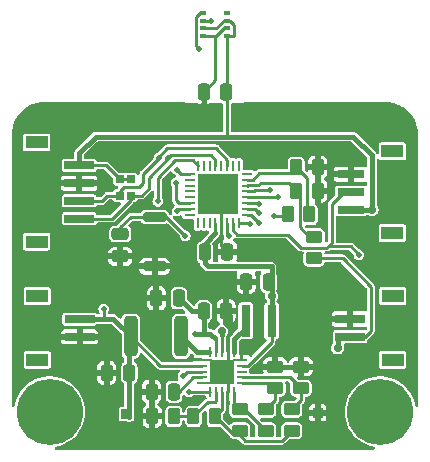
<source format=gbr>
%TF.GenerationSoftware,KiCad,Pcbnew,7.0.8*%
%TF.CreationDate,2023-11-19T15:13:28+01:00*%
%TF.ProjectId,AetherPhylax,41657468-6572-4506-9879-6c61782e6b69,rev?*%
%TF.SameCoordinates,Original*%
%TF.FileFunction,Copper,L1,Top*%
%TF.FilePolarity,Positive*%
%FSLAX46Y46*%
G04 Gerber Fmt 4.6, Leading zero omitted, Abs format (unit mm)*
G04 Created by KiCad (PCBNEW 7.0.8) date 2023-11-19 15:13:28*
%MOMM*%
%LPD*%
G01*
G04 APERTURE LIST*
G04 Aperture macros list*
%AMRoundRect*
0 Rectangle with rounded corners*
0 $1 Rounding radius*
0 $2 $3 $4 $5 $6 $7 $8 $9 X,Y pos of 4 corners*
0 Add a 4 corners polygon primitive as box body*
4,1,4,$2,$3,$4,$5,$6,$7,$8,$9,$2,$3,0*
0 Add four circle primitives for the rounded corners*
1,1,$1+$1,$2,$3*
1,1,$1+$1,$4,$5*
1,1,$1+$1,$6,$7*
1,1,$1+$1,$8,$9*
0 Add four rect primitives between the rounded corners*
20,1,$1+$1,$2,$3,$4,$5,0*
20,1,$1+$1,$4,$5,$6,$7,0*
20,1,$1+$1,$6,$7,$8,$9,0*
20,1,$1+$1,$8,$9,$2,$3,0*%
G04 Aperture macros list end*
%TA.AperFunction,ComponentPad*%
%ADD10R,0.850000X0.850000*%
%TD*%
%TA.AperFunction,SMDPad,CuDef*%
%ADD11RoundRect,0.062500X-0.375000X-0.062500X0.375000X-0.062500X0.375000X0.062500X-0.375000X0.062500X0*%
%TD*%
%TA.AperFunction,SMDPad,CuDef*%
%ADD12RoundRect,0.062500X-0.062500X-0.375000X0.062500X-0.375000X0.062500X0.375000X-0.062500X0.375000X0*%
%TD*%
%TA.AperFunction,SMDPad,CuDef*%
%ADD13R,2.000000X2.000000*%
%TD*%
%TA.AperFunction,SMDPad,CuDef*%
%ADD14R,0.500000X0.350000*%
%TD*%
%TA.AperFunction,SMDPad,CuDef*%
%ADD15RoundRect,0.250000X0.250000X0.475000X-0.250000X0.475000X-0.250000X-0.475000X0.250000X-0.475000X0*%
%TD*%
%TA.AperFunction,SMDPad,CuDef*%
%ADD16R,2.500000X0.700000*%
%TD*%
%TA.AperFunction,SMDPad,CuDef*%
%ADD17R,1.900000X1.100000*%
%TD*%
%TA.AperFunction,SMDPad,CuDef*%
%ADD18RoundRect,0.250000X0.262500X0.450000X-0.262500X0.450000X-0.262500X-0.450000X0.262500X-0.450000X0*%
%TD*%
%TA.AperFunction,SMDPad,CuDef*%
%ADD19RoundRect,0.250000X0.450000X-0.262500X0.450000X0.262500X-0.450000X0.262500X-0.450000X-0.262500X0*%
%TD*%
%TA.AperFunction,SMDPad,CuDef*%
%ADD20RoundRect,0.250000X-0.250000X-0.475000X0.250000X-0.475000X0.250000X0.475000X-0.250000X0.475000X0*%
%TD*%
%TA.AperFunction,SMDPad,CuDef*%
%ADD21RoundRect,0.250000X-0.262500X-0.450000X0.262500X-0.450000X0.262500X0.450000X-0.262500X0.450000X0*%
%TD*%
%TA.AperFunction,SMDPad,CuDef*%
%ADD22RoundRect,0.200000X-0.800000X0.200000X-0.800000X-0.200000X0.800000X-0.200000X0.800000X0.200000X0*%
%TD*%
%TA.AperFunction,SMDPad,CuDef*%
%ADD23R,0.640000X0.700000*%
%TD*%
%TA.AperFunction,ComponentPad*%
%ADD24C,5.600000*%
%TD*%
%TA.AperFunction,SMDPad,CuDef*%
%ADD25RoundRect,0.062500X0.062500X-0.375000X0.062500X0.375000X-0.062500X0.375000X-0.062500X-0.375000X0*%
%TD*%
%TA.AperFunction,SMDPad,CuDef*%
%ADD26RoundRect,0.062500X0.375000X-0.062500X0.375000X0.062500X-0.375000X0.062500X-0.375000X-0.062500X0*%
%TD*%
%TA.AperFunction,SMDPad,CuDef*%
%ADD27R,3.500000X3.500000*%
%TD*%
%TA.AperFunction,SMDPad,CuDef*%
%ADD28R,0.800000X2.700000*%
%TD*%
%TA.AperFunction,SMDPad,CuDef*%
%ADD29RoundRect,0.250000X-0.475000X0.250000X-0.475000X-0.250000X0.475000X-0.250000X0.475000X0.250000X0*%
%TD*%
%TA.AperFunction,SMDPad,CuDef*%
%ADD30RoundRect,0.250000X-0.312500X-1.450000X0.312500X-1.450000X0.312500X1.450000X-0.312500X1.450000X0*%
%TD*%
%TA.AperFunction,SMDPad,CuDef*%
%ADD31R,2.300000X0.700000*%
%TD*%
%TA.AperFunction,ViaPad*%
%ADD32C,0.700000*%
%TD*%
%TA.AperFunction,ViaPad*%
%ADD33C,0.500000*%
%TD*%
%TA.AperFunction,Conductor*%
%ADD34C,0.250000*%
%TD*%
%TA.AperFunction,Conductor*%
%ADD35C,0.200000*%
%TD*%
%TA.AperFunction,Conductor*%
%ADD36C,0.400000*%
%TD*%
G04 APERTURE END LIST*
D10*
%TO.P,J1,1,Pin_1*%
%TO.N,VDD*%
X145050000Y-93950000D03*
%TD*%
D11*
%TO.P,U1,1,VSS*%
%TO.N,GND*%
X151462500Y-89350000D03*
%TO.P,U1,2,VIN_DC*%
%TO.N,VDD*%
X151462500Y-89850000D03*
%TO.P,U1,3,VOC_SAMP*%
%TO.N,/VSTOR*%
X151462500Y-90350000D03*
%TO.P,U1,4,VREF_SAMP*%
%TO.N,Net-(U1-VREF_SAMP)*%
X151462500Y-90850000D03*
%TO.P,U1,5,~{EN}*%
%TO.N,GND*%
X151462500Y-91350000D03*
D12*
%TO.P,U1,6,VOUT_EN*%
%TO.N,/VSTOR*%
X152150000Y-92037500D03*
%TO.P,U1,7,VBAT_OV*%
%TO.N,/VBAT_OV*%
X152650000Y-92037500D03*
%TO.P,U1,8,VRDIV*%
%TO.N,Net-(U1-VRDIV)*%
X153150000Y-92037500D03*
%TO.P,U1,9,VSS*%
%TO.N,GND*%
X153650000Y-92037500D03*
%TO.P,U1,10,OK_HYST*%
%TO.N,Net-(U1-OK_HYST)*%
X154150000Y-92037500D03*
D11*
%TO.P,U1,11,OK_PROG*%
%TO.N,Net-(U1-OK_PROG)*%
X154837500Y-91350000D03*
%TO.P,U1,12,VOUT_SET*%
%TO.N,/VOUT_SET*%
X154837500Y-90850000D03*
%TO.P,U1,13,VBAT_OK*%
%TO.N,unconnected-(U1-VBAT_OK-Pad13)*%
X154837500Y-90350000D03*
%TO.P,U1,14,VOUT*%
%TO.N,+3V3*%
X154837500Y-89850000D03*
%TO.P,U1,15,VSS*%
%TO.N,GND*%
X154837500Y-89350000D03*
D12*
%TO.P,U1,16,LBUCK*%
%TO.N,Net-(U1-LBUCK)*%
X154150000Y-88662500D03*
%TO.P,U1,17,VSS*%
%TO.N,GND*%
X153650000Y-88662500D03*
%TO.P,U1,18,VBAT*%
%TO.N,+BATT*%
X153150000Y-88662500D03*
%TO.P,U1,19,VSTOR*%
%TO.N,/VSTOR*%
X152650000Y-88662500D03*
%TO.P,U1,20,LBOOST*%
%TO.N,Net-(U1-LBOOST)*%
X152150000Y-88662500D03*
D13*
%TO.P,U1,21,VSS*%
%TO.N,GND*%
X153150000Y-90350000D03*
%TD*%
D14*
%TO.P,U2,1,GND*%
%TO.N,GND*%
X151525000Y-61950000D03*
%TO.P,U2,2,CSB*%
%TO.N,+3V3*%
X151525000Y-61300000D03*
%TO.P,U2,3,SDI*%
%TO.N,SDA*%
X151525000Y-60650000D03*
%TO.P,U2,4,SCK*%
%TO.N,SCL*%
X151525000Y-60000000D03*
%TO.P,U2,5,SDO*%
%TO.N,unconnected-(U2-SDO-Pad5)*%
X153575000Y-60000000D03*
%TO.P,U2,6,VDDIO*%
%TO.N,+3V3*%
X153575000Y-60650000D03*
%TO.P,U2,7,GND*%
%TO.N,GND*%
X153575000Y-61300000D03*
%TO.P,U2,8,VDD*%
%TO.N,+3V3*%
X153575000Y-61950000D03*
%TD*%
D15*
%TO.P,COUT1,1*%
%TO.N,+3V3*%
X157100000Y-82750000D03*
%TO.P,COUT1,2*%
%TO.N,GND*%
X155200000Y-82750000D03*
%TD*%
D16*
%TO.P,BATT1,1,Pin_1*%
%TO.N,+BATT*%
X164000000Y-87400000D03*
%TO.P,BATT1,2,Pin_2*%
%TO.N,GND*%
X164000000Y-85900000D03*
D17*
%TO.P,BATT1,S1*%
%TO.N,N/C*%
X167600000Y-89350000D03*
%TO.P,BATT1,S2*%
X167600000Y-83950000D03*
%TD*%
D10*
%TO.P,J2,1,Pin_1*%
%TO.N,GND*%
X161250000Y-93850000D03*
%TD*%
D15*
%TO.P,CSTOR1,1*%
%TO.N,/VSTOR*%
X149500000Y-84150000D03*
%TO.P,CSTOR1,2*%
%TO.N,GND*%
X147600000Y-84150000D03*
%TD*%
D18*
%TO.P,ROV2,1*%
%TO.N,Net-(U1-VRDIV)*%
X152562500Y-94150000D03*
%TO.P,ROV2,2*%
%TO.N,/VBAT_OV*%
X150737500Y-94150000D03*
%TD*%
D19*
%TO.P,ROK2,1*%
%TO.N,Net-(U1-OK_HYST)*%
X156850000Y-95362500D03*
%TO.P,ROK2,2*%
%TO.N,Net-(U1-OK_PROG)*%
X156850000Y-93537500D03*
%TD*%
D20*
%TO.P,CBYP1,1*%
%TO.N,/VSTOR*%
X151600000Y-85250000D03*
%TO.P,CBYP1,2*%
%TO.N,GND*%
X153500000Y-85250000D03*
%TD*%
D19*
%TO.P,ROUT1,1*%
%TO.N,/VOUT_SET*%
X159850000Y-91762500D03*
%TO.P,ROUT1,2*%
%TO.N,GND*%
X159850000Y-89937500D03*
%TD*%
D21*
%TO.P,R6,1*%
%TO.N,ADC_Batt*%
X159437500Y-75050000D03*
%TO.P,R6,2*%
%TO.N,GND*%
X161262500Y-75050000D03*
%TD*%
D22*
%TO.P,RST1,1,1*%
%TO.N,Net-(U3-~{RST}{slash}PF2)*%
X147450000Y-77250000D03*
%TO.P,RST1,2,2*%
%TO.N,GND*%
X147450000Y-81450000D03*
%TD*%
D20*
%TO.P,C1,1*%
%TO.N,+3V3*%
X151700000Y-80250000D03*
%TO.P,C1,2*%
%TO.N,GND*%
X153600000Y-80250000D03*
%TD*%
D23*
%TO.P,RN1,1,R1.1*%
%TO.N,+3V3*%
X145420000Y-74050000D03*
%TO.P,RN1,2,R2.1*%
X144480000Y-74050000D03*
%TO.P,RN1,3,R2.2*%
%TO.N,SCL*%
X144480000Y-75450000D03*
%TO.P,RN1,4,R1.2*%
%TO.N,SDA*%
X145420000Y-75450000D03*
%TD*%
D19*
%TO.P,ROK1,1*%
%TO.N,Net-(U1-OK_PROG)*%
X157650000Y-91762500D03*
%TO.P,ROK1,2*%
%TO.N,GND*%
X157650000Y-89937500D03*
%TD*%
D16*
%TO.P,I2C1,1,Pin_1*%
%TO.N,+3V3*%
X141062500Y-72900000D03*
%TO.P,I2C1,2,Pin_2*%
%TO.N,GND*%
X141062500Y-74400000D03*
%TO.P,I2C1,3,Pin_3*%
%TO.N,SCL*%
X141062500Y-75900000D03*
%TO.P,I2C1,4,Pin_4*%
%TO.N,SDA*%
X141062500Y-77400000D03*
D17*
%TO.P,I2C1,S1*%
%TO.N,N/C*%
X137462500Y-70950000D03*
%TO.P,I2C1,S2*%
X137462500Y-79350000D03*
%TD*%
D15*
%TO.P,C2,1*%
%TO.N,+3V3*%
X153500000Y-66650000D03*
%TO.P,C2,2*%
%TO.N,GND*%
X151600000Y-66650000D03*
%TD*%
D24*
%TO.P,H2,1,1*%
%TO.N,unconnected-(H2-Pad1)*%
X166550000Y-93750000D03*
%TD*%
D16*
%TO.P,VIN1,1,Pin_1*%
%TO.N,VDD*%
X141100000Y-85900000D03*
%TO.P,VIN1,2,Pin_2*%
%TO.N,GND*%
X141100000Y-87400000D03*
D17*
%TO.P,VIN1,S1*%
%TO.N,N/C*%
X137500000Y-83950000D03*
%TO.P,VIN1,S2*%
X137500000Y-89350000D03*
%TD*%
D19*
%TO.P,R4,1*%
%TO.N,+BATT*%
X160950000Y-80762500D03*
%TO.P,R4,2*%
%TO.N,ADC_Batt*%
X160950000Y-78937500D03*
%TD*%
D25*
%TO.P,U3,1,PB9*%
%TO.N,unconnected-(U3-PB9-Pad1)*%
X151100000Y-77787500D03*
%TO.P,U3,2,OSC32_IN/PC14*%
%TO.N,unconnected-(U3-OSC32_IN{slash}PC14-Pad2)*%
X151600000Y-77787500D03*
%TO.P,U3,3,OSC32_OUT/PC15*%
%TO.N,unconnected-(U3-OSC32_OUT{slash}PC15-Pad3)*%
X152100000Y-77787500D03*
%TO.P,U3,4,VDD/VDDA*%
%TO.N,+3V3*%
X152600000Y-77787500D03*
%TO.P,U3,5,VSS/VSSA*%
%TO.N,GND*%
X153100000Y-77787500D03*
%TO.P,U3,6,~{RST}/PF2*%
%TO.N,Net-(U3-~{RST}{slash}PF2)*%
X153600000Y-77787500D03*
%TO.P,U3,7,PA0*%
%TO.N,PA0*%
X154100000Y-77787500D03*
%TO.P,U3,8,PA1*%
%TO.N,SCK*%
X154600000Y-77787500D03*
D26*
%TO.P,U3,9,PA2*%
%TO.N,MOSI*%
X155287500Y-77100000D03*
%TO.P,U3,10,PA3*%
%TO.N,RST*%
X155287500Y-76600000D03*
%TO.P,U3,11,PA4*%
%TO.N,CS*%
X155287500Y-76100000D03*
%TO.P,U3,12,PA5*%
%TO.N,INT*%
X155287500Y-75600000D03*
%TO.P,U3,13,PA6*%
%TO.N,MISO*%
X155287500Y-75100000D03*
%TO.P,U3,14,PA7*%
%TO.N,ADC_Batt*%
X155287500Y-74600000D03*
%TO.P,U3,15,PB0*%
%TO.N,ADC_Sol*%
X155287500Y-74100000D03*
%TO.P,U3,16,PB1*%
%TO.N,unconnected-(U3-PB1-Pad16)*%
X155287500Y-73600000D03*
D25*
%TO.P,U3,17,PB2*%
%TO.N,unconnected-(U3-PB2-Pad17)*%
X154600000Y-72912500D03*
%TO.P,U3,18,PA8*%
%TO.N,PA8*%
X154100000Y-72912500D03*
%TO.P,U3,19,PA9*%
%TO.N,SCL*%
X153600000Y-72912500D03*
%TO.P,U3,20,PC6*%
%TO.N,unconnected-(U3-PC6-Pad20)*%
X153100000Y-72912500D03*
%TO.P,U3,21,PA10*%
%TO.N,SDA*%
X152600000Y-72912500D03*
%TO.P,U3,22,PA11_[PA9]*%
%TO.N,unconnected-(U3-PA11_[PA9]-Pad22)*%
X152100000Y-72912500D03*
%TO.P,U3,23,PA12_[PA10]*%
%TO.N,unconnected-(U3-PA12_[PA10]-Pad23)*%
X151600000Y-72912500D03*
%TO.P,U3,24,PA13*%
%TO.N,SWDIO*%
X151100000Y-72912500D03*
D26*
%TO.P,U3,25,PA14/BOOT0*%
%TO.N,SWCLK*%
X150412500Y-73600000D03*
%TO.P,U3,26,PA15*%
%TO.N,PA15*%
X150412500Y-74100000D03*
%TO.P,U3,27,PB3*%
%TO.N,PB3*%
X150412500Y-74600000D03*
%TO.P,U3,28,PB4*%
%TO.N,unconnected-(U3-PB4-Pad28)*%
X150412500Y-75100000D03*
%TO.P,U3,29,PB5*%
%TO.N,unconnected-(U3-PB5-Pad29)*%
X150412500Y-75600000D03*
%TO.P,U3,30,PB6*%
%TO.N,TX*%
X150412500Y-76100000D03*
%TO.P,U3,31,PB7*%
%TO.N,RX*%
X150412500Y-76600000D03*
%TO.P,U3,32,PB8*%
%TO.N,PB8*%
X150412500Y-77100000D03*
D27*
%TO.P,U3,33,VSS/VSSA*%
%TO.N,GND*%
X152850000Y-75350000D03*
%TD*%
D24*
%TO.P,H1,1,1*%
%TO.N,unconnected-(H1-Pad1)*%
X138550000Y-93750000D03*
%TD*%
D19*
%TO.P,ROK3,1*%
%TO.N,Net-(U1-VRDIV)*%
X154650000Y-95362500D03*
%TO.P,ROK3,2*%
%TO.N,Net-(U1-OK_HYST)*%
X154650000Y-93537500D03*
%TD*%
D28*
%TO.P,L2,1*%
%TO.N,Net-(U1-LBUCK)*%
X155150000Y-86050000D03*
%TO.P,L2,2*%
%TO.N,+3V3*%
X157350000Y-86050000D03*
%TD*%
D18*
%TO.P,ROV1,1*%
%TO.N,/VBAT_OV*%
X149062500Y-94150000D03*
%TO.P,ROV1,2*%
%TO.N,GND*%
X147237500Y-94150000D03*
%TD*%
D29*
%TO.P,C3,1*%
%TO.N,Net-(U3-~{RST}{slash}PF2)*%
X144550000Y-78700000D03*
%TO.P,C3,2*%
%TO.N,GND*%
X144550000Y-80600000D03*
%TD*%
D30*
%TO.P,L1,1*%
%TO.N,VDD*%
X145412500Y-87350000D03*
%TO.P,L1,2*%
%TO.N,Net-(U1-LBOOST)*%
X149687500Y-87350000D03*
%TD*%
D21*
%TO.P,R3,1*%
%TO.N,VDD*%
X158737500Y-77050000D03*
%TO.P,R3,2*%
%TO.N,ADC_Sol*%
X160562500Y-77050000D03*
%TD*%
D15*
%TO.P,CREF1,1*%
%TO.N,Net-(U1-VREF_SAMP)*%
X149100000Y-92050000D03*
%TO.P,CREF1,2*%
%TO.N,GND*%
X147200000Y-92050000D03*
%TD*%
D19*
%TO.P,ROUT2,1*%
%TO.N,Net-(U1-VRDIV)*%
X159050000Y-95362500D03*
%TO.P,ROUT2,2*%
%TO.N,/VOUT_SET*%
X159050000Y-93537500D03*
%TD*%
D15*
%TO.P,CIN1,1*%
%TO.N,VDD*%
X145300000Y-90450000D03*
%TO.P,CIN1,2*%
%TO.N,GND*%
X143400000Y-90450000D03*
%TD*%
D21*
%TO.P,R5,1*%
%TO.N,ADC_Sol*%
X159437500Y-73050000D03*
%TO.P,R5,2*%
%TO.N,GND*%
X161262500Y-73050000D03*
%TD*%
D31*
%TO.P,PA1,1,Pin_1*%
%TO.N,+3V3*%
X164072462Y-76649300D03*
%TO.P,PA1,2,Pin_2*%
%TO.N,PA0*%
X164077540Y-75150700D03*
%TO.P,PA1,3,Pin_3*%
%TO.N,GND*%
X164077540Y-73650700D03*
D17*
%TO.P,PA1,P1*%
%TO.N,N/C*%
X167572460Y-78599300D03*
%TO.P,PA1,P2*%
X167577540Y-71700700D03*
%TD*%
D32*
%TO.N,GND*%
X156250000Y-90050000D03*
X142450000Y-68550000D03*
D33*
X155950000Y-88150000D03*
D32*
X151750000Y-76550000D03*
X152650000Y-82950000D03*
X162650000Y-68550000D03*
D33*
X152550000Y-90950000D03*
X153750000Y-89750000D03*
X152550000Y-89750000D03*
D32*
X153850000Y-74150000D03*
X163750000Y-72250000D03*
X153950000Y-76550000D03*
X157364115Y-80525536D03*
X151750000Y-74150000D03*
D33*
X153750000Y-90950000D03*
D32*
X151650000Y-82950000D03*
X162650000Y-69350000D03*
X152850000Y-76550000D03*
X157050000Y-72550000D03*
X161350000Y-90050000D03*
X152850000Y-74150000D03*
X157850000Y-72550000D03*
X153650000Y-82950000D03*
X158050000Y-79750000D03*
X162950000Y-72250000D03*
X142450000Y-69350000D03*
%TO.N,+BATT*%
X162950000Y-88350000D03*
X153112394Y-86945735D03*
%TO.N,+3V3*%
X165850000Y-76650000D03*
X157350000Y-83950000D03*
D33*
%TO.N,Net-(U3-~{RST}{slash}PF2)*%
X153744154Y-78856620D03*
X150043380Y-78856620D03*
%TO.N,VDD*%
X157550000Y-77150000D03*
X143150000Y-85050000D03*
%TO.N,SCL*%
X147800000Y-72287534D03*
X151199500Y-63075000D03*
%TO.N,SDA*%
X148609415Y-72264946D03*
X152250000Y-60650500D03*
%TO.N,PA0*%
X164750000Y-80450000D03*
%TO.N,SCK*%
X155543767Y-77856233D03*
%TO.N,MOSI*%
X156250000Y-77750000D03*
%TO.N,RST*%
X156256233Y-76943767D03*
%TO.N,CS*%
X156257188Y-76140416D03*
%TO.N,INT*%
X157856688Y-75550000D03*
%TO.N,MISO*%
X157250000Y-74990916D03*
%TO.N,SWDIO*%
X147713569Y-75924500D03*
%TO.N,SWCLK*%
X149350000Y-73250000D03*
%TO.N,TX*%
X149250000Y-74350000D03*
%TO.N,RX*%
X149350000Y-76750000D03*
%TO.N,/VSTOR*%
X149850000Y-90750000D03*
X150350000Y-92050000D03*
X150850000Y-87150000D03*
%TD*%
D34*
%TO.N,GND*%
X152550000Y-61950000D02*
X151525000Y-61950000D01*
X153650000Y-92037500D02*
X153650000Y-91050000D01*
D35*
X151512500Y-89400000D02*
X152200000Y-89400000D01*
D34*
X153650000Y-87407538D02*
X153650000Y-88662500D01*
X153650000Y-91050000D02*
X153750000Y-90950000D01*
X153100000Y-77787500D02*
X153100000Y-75600000D01*
X153100000Y-75600000D02*
X152850000Y-75350000D01*
X151600000Y-66650000D02*
X152550000Y-65700000D01*
D35*
X151512500Y-91300000D02*
X152200000Y-91300000D01*
D36*
X151600000Y-66650000D02*
X151600000Y-67900000D01*
X151600000Y-67900000D02*
X151550000Y-67950000D01*
D34*
X153325000Y-61300000D02*
X152675000Y-61950000D01*
X152550000Y-65700000D02*
X152550000Y-61950000D01*
X153650000Y-89850000D02*
X153150000Y-90350000D01*
D35*
X153750000Y-89750000D02*
X154100000Y-89400000D01*
X154100000Y-89400000D02*
X154787500Y-89400000D01*
X151462500Y-89350000D02*
X151512500Y-89400000D01*
D36*
X157650000Y-89937500D02*
X159850000Y-89937500D01*
D35*
X152200000Y-91300000D02*
X152550000Y-90950000D01*
X151462500Y-91350000D02*
X151512500Y-91300000D01*
X152200000Y-89400000D02*
X152550000Y-89750000D01*
D34*
X153862394Y-87195144D02*
X153650000Y-87407538D01*
X153650000Y-88662500D02*
X153650000Y-89850000D01*
D36*
X153500000Y-85250000D02*
X153862394Y-85612394D01*
D34*
X153575000Y-61300000D02*
X153325000Y-61300000D01*
D36*
X153862394Y-85612394D02*
X153862394Y-87089078D01*
D35*
X154787500Y-89400000D02*
X154837500Y-89350000D01*
D34*
X153100000Y-77787500D02*
X153100000Y-79750000D01*
X153100000Y-79750000D02*
X153600000Y-80250000D01*
X153862394Y-87089078D02*
X153862394Y-87195144D01*
X152675000Y-61950000D02*
X152550000Y-61950000D01*
%TO.N,+BATT*%
X153150000Y-87276972D02*
X153125000Y-87251972D01*
D36*
X162950000Y-88350000D02*
X163000000Y-88300000D01*
X153112394Y-87239366D02*
X153125000Y-87251972D01*
D34*
X153150000Y-88662500D02*
X153150000Y-87276972D01*
X164000000Y-87400000D02*
X165250000Y-87400000D01*
X165250000Y-87400000D02*
X165750000Y-86900000D01*
X165750000Y-83150000D02*
X163362500Y-80762500D01*
D36*
X153112394Y-86945735D02*
X153112394Y-87239366D01*
D34*
X163362500Y-80762500D02*
X160950000Y-80762500D01*
D36*
X163000000Y-88300000D02*
X163000000Y-87400000D01*
D34*
X165750000Y-86900000D02*
X165750000Y-83150000D01*
D36*
%TO.N,+3V3*%
X141062500Y-71837500D02*
X142450000Y-70450000D01*
X151700000Y-79525000D02*
X152575000Y-78650000D01*
X151700000Y-81200000D02*
X151700000Y-80250000D01*
X157350000Y-86050000D02*
X157350000Y-81450000D01*
D34*
X144480000Y-74050000D02*
X143330000Y-72900000D01*
X151525000Y-61300000D02*
X152688604Y-61300000D01*
X153575000Y-61950000D02*
X153575000Y-70425000D01*
X157350000Y-87823008D02*
X157350000Y-86050000D01*
D36*
X157350000Y-83950000D02*
X157350000Y-86050000D01*
D34*
X153575000Y-70425000D02*
X153550000Y-70450000D01*
X153338604Y-60650000D02*
X153575000Y-60650000D01*
D36*
X165850000Y-76649300D02*
X164072462Y-76649300D01*
D34*
X153575000Y-60650000D02*
X153825000Y-60650000D01*
D36*
X165850000Y-72050000D02*
X165850000Y-76649300D01*
X164250000Y-70450000D02*
X165850000Y-72050000D01*
X151700000Y-80250000D02*
X151700000Y-79525000D01*
D34*
X153825000Y-60650000D02*
X154150000Y-60975000D01*
X155323008Y-89850000D02*
X157350000Y-87823008D01*
D36*
X151950000Y-81450000D02*
X151700000Y-81200000D01*
D34*
X143330000Y-72900000D02*
X141062500Y-72900000D01*
X144480000Y-74050000D02*
X145420000Y-74050000D01*
D36*
X165850000Y-76650000D02*
X165850000Y-76649300D01*
D34*
X152600000Y-78625000D02*
X152600000Y-77787500D01*
D36*
X153550000Y-70450000D02*
X164250000Y-70450000D01*
D34*
X154150000Y-61950000D02*
X153575000Y-61950000D01*
X154150000Y-60975000D02*
X154150000Y-61950000D01*
X152575000Y-78650000D02*
X152600000Y-78625000D01*
D36*
X157350000Y-81450000D02*
X151950000Y-81450000D01*
D34*
X152688604Y-61300000D02*
X153338604Y-60650000D01*
D36*
X141062500Y-72900000D02*
X141062500Y-71837500D01*
X142450000Y-70450000D02*
X153550000Y-70450000D01*
D34*
X154837500Y-89850000D02*
X155323008Y-89850000D01*
%TO.N,Net-(U3-~{RST}{slash}PF2)*%
X144550000Y-78700000D02*
X144550000Y-78150000D01*
X150043380Y-78856620D02*
X150043380Y-78843380D01*
X153600000Y-78712466D02*
X153744154Y-78856620D01*
X148450000Y-77250000D02*
X147450000Y-77250000D01*
X144550000Y-78150000D02*
X145450000Y-77250000D01*
X150043380Y-78843380D02*
X148450000Y-77250000D01*
X153600000Y-77787500D02*
X153600000Y-78712466D01*
X145450000Y-77250000D02*
X147450000Y-77250000D01*
D36*
%TO.N,VDD*%
X145300000Y-94200000D02*
X145300000Y-90450000D01*
X145050000Y-93950000D02*
X145300000Y-94200000D01*
X143150000Y-85900000D02*
X143962500Y-85900000D01*
D34*
X151462500Y-89850000D02*
X147912500Y-89850000D01*
D36*
X141100000Y-85900000D02*
X143150000Y-85900000D01*
D34*
X157550000Y-77150000D02*
X158637500Y-77150000D01*
X147912500Y-89850000D02*
X145412500Y-87350000D01*
D36*
X145300000Y-90450000D02*
X145300000Y-87462500D01*
X143962500Y-85900000D02*
X145412500Y-87350000D01*
D34*
X158637500Y-77150000D02*
X158737500Y-77050000D01*
D36*
X145300000Y-87462500D02*
X145412500Y-87350000D01*
D34*
X143150000Y-85900000D02*
X143150000Y-85050000D01*
%TO.N,SCL*%
X148531802Y-71450000D02*
X152650000Y-71450000D01*
X144855000Y-74725000D02*
X144480000Y-75100000D01*
X143450000Y-75450000D02*
X143000000Y-75900000D01*
X146500000Y-73600000D02*
X146500000Y-74350000D01*
X147800000Y-72300000D02*
X146500000Y-73600000D01*
X151275000Y-60000000D02*
X151525000Y-60000000D01*
X144480000Y-75450000D02*
X143450000Y-75450000D01*
X143000000Y-75900000D02*
X141062500Y-75900000D01*
X146125000Y-74725000D02*
X144855000Y-74725000D01*
X144480000Y-75100000D02*
X144480000Y-75450000D01*
X151199500Y-63075000D02*
X150950000Y-62825500D01*
X150950000Y-60325000D02*
X151275000Y-60000000D01*
X147800000Y-72287534D02*
X147800000Y-72300000D01*
X150950000Y-62825500D02*
X150950000Y-60325000D01*
X147800000Y-72181802D02*
X148531802Y-71450000D01*
X152650000Y-71450000D02*
X153600000Y-72400000D01*
X146500000Y-74350000D02*
X146125000Y-74725000D01*
X153600000Y-72400000D02*
X153600000Y-72912500D01*
X147800000Y-72287534D02*
X147800000Y-72181802D01*
%TO.N,SDA*%
X146950000Y-74850000D02*
X146350000Y-75450000D01*
X146950000Y-73950000D02*
X146950000Y-74850000D01*
X148609415Y-72264946D02*
X148609415Y-72290585D01*
X145420000Y-75450000D02*
X145420000Y-75800000D01*
X148609415Y-72290585D02*
X146950000Y-73950000D01*
X152198008Y-72025000D02*
X152600000Y-72426992D01*
X146350000Y-75450000D02*
X145420000Y-75450000D01*
X148849361Y-72025000D02*
X152198008Y-72025000D01*
X152250000Y-60650500D02*
X152249500Y-60650000D01*
X152600000Y-72426992D02*
X152600000Y-72912500D01*
X145420000Y-75800000D02*
X143820000Y-77400000D01*
X139980000Y-77350000D02*
X140920000Y-77350000D01*
X152249500Y-60650000D02*
X151525000Y-60650000D01*
X148609415Y-72264946D02*
X148849361Y-72025000D01*
X143820000Y-77400000D02*
X141062500Y-77400000D01*
%TO.N,Net-(U1-VREF_SAMP)*%
X149100000Y-92050000D02*
X149500000Y-92050000D01*
X150700000Y-90850000D02*
X151462500Y-90850000D01*
X149500000Y-92050000D02*
X150700000Y-90850000D01*
%TO.N,PA0*%
X162050000Y-79850000D02*
X162150000Y-79750000D01*
X159850000Y-79850000D02*
X162050000Y-79850000D01*
X158750000Y-78750000D02*
X159850000Y-79850000D01*
X163449300Y-75150700D02*
X164077540Y-75150700D01*
X154100000Y-78399293D02*
X154450707Y-78750000D01*
X154100000Y-77787500D02*
X154100000Y-78399293D01*
X164750000Y-80450000D02*
X164050000Y-79750000D01*
X154450707Y-78750000D02*
X158750000Y-78750000D01*
X164050000Y-79750000D02*
X162150000Y-79750000D01*
X162450000Y-76150000D02*
X163449300Y-75150700D01*
X162150000Y-79750000D02*
X162450000Y-79450000D01*
X162450000Y-79450000D02*
X162450000Y-76150000D01*
%TO.N,ADC_Sol*%
X160562500Y-77050000D02*
X160350000Y-76837500D01*
X160350000Y-76837500D02*
X160350000Y-73962500D01*
X159437500Y-73050000D02*
X158937500Y-73550000D01*
X160350000Y-73962500D02*
X159437500Y-73050000D01*
X156323008Y-73550000D02*
X155773008Y-74100000D01*
X158937500Y-73550000D02*
X156323008Y-73550000D01*
X155773008Y-74100000D02*
X155287500Y-74100000D01*
%TO.N,ADC_Batt*%
X156250000Y-74550000D02*
X155337500Y-74550000D01*
X159437500Y-75050000D02*
X158803416Y-74415916D01*
X158803416Y-74415916D02*
X156384084Y-74415916D01*
X155337500Y-74550000D02*
X155287500Y-74600000D01*
X159725000Y-78112500D02*
X159725000Y-75337500D01*
X156384084Y-74415916D02*
X156250000Y-74550000D01*
X160550000Y-78937500D02*
X159725000Y-78112500D01*
X159725000Y-75337500D02*
X159437500Y-75050000D01*
D36*
%TO.N,Net-(U1-LBOOST)*%
X149687500Y-87350000D02*
X151000000Y-88662500D01*
X151000000Y-88662500D02*
X152062500Y-88662500D01*
D34*
%TO.N,SCK*%
X155475034Y-77787500D02*
X154600000Y-77787500D01*
X155543767Y-77856233D02*
X155475034Y-77787500D01*
%TO.N,MOSI*%
X155600000Y-77100000D02*
X155287500Y-77100000D01*
X156250000Y-77750000D02*
X155600000Y-77100000D01*
%TO.N,RST*%
X156256233Y-76943767D02*
X155912466Y-76600000D01*
X155912466Y-76600000D02*
X155287500Y-76600000D01*
%TO.N,CS*%
X156257188Y-76140416D02*
X156216772Y-76100000D01*
X156216772Y-76100000D02*
X155287500Y-76100000D01*
%TO.N,INT*%
X155322084Y-75565416D02*
X155287500Y-75600000D01*
X157488673Y-75565416D02*
X155322084Y-75565416D01*
X157856688Y-75550000D02*
X157504089Y-75550000D01*
X157504089Y-75550000D02*
X157488673Y-75565416D01*
%TO.N,MISO*%
X155950431Y-75000000D02*
X155850431Y-75100000D01*
X157250000Y-74990916D02*
X157240916Y-75000000D01*
X157240916Y-75000000D02*
X155950431Y-75000000D01*
X155850431Y-75100000D02*
X155287500Y-75100000D01*
%TO.N,SWDIO*%
X147750000Y-73936827D02*
X149211827Y-72475000D01*
X149211827Y-72475000D02*
X150662500Y-72475000D01*
X150662500Y-72475000D02*
X151100000Y-72912500D01*
X147750000Y-75888069D02*
X147750000Y-73936827D01*
X147713569Y-75924500D02*
X147750000Y-75888069D01*
%TO.N,SWCLK*%
X149700000Y-73600000D02*
X149350000Y-73250000D01*
X150412500Y-73600000D02*
X149700000Y-73600000D01*
%TO.N,TX*%
X149250000Y-74350000D02*
X149250000Y-75850000D01*
X149250000Y-75850000D02*
X149500000Y-76100000D01*
X149500000Y-76100000D02*
X150412500Y-76100000D01*
%TO.N,RX*%
X149500000Y-76600000D02*
X149350000Y-76750000D01*
X150412500Y-76600000D02*
X149500000Y-76600000D01*
D36*
%TO.N,Net-(U1-LBUCK)*%
X154175000Y-87625000D02*
X155150000Y-86650000D01*
X155150000Y-86650000D02*
X155150000Y-86050000D01*
X154175000Y-87625000D02*
X154175000Y-88662500D01*
D34*
%TO.N,Net-(U1-VRDIV)*%
X155087500Y-96200000D02*
X158212500Y-96200000D01*
X152562500Y-94150000D02*
X153150000Y-93562500D01*
X153150000Y-93562500D02*
X153150000Y-92037500D01*
X154650000Y-95762500D02*
X155087500Y-96200000D01*
X158212500Y-96200000D02*
X159050000Y-95362500D01*
X154175000Y-95762500D02*
X154650000Y-95762500D01*
X152562500Y-94150000D02*
X154175000Y-95762500D01*
%TO.N,/VSTOR*%
X151462500Y-90350000D02*
X151412500Y-90400000D01*
X151437500Y-90375000D02*
X151462500Y-90350000D01*
X152137500Y-92050000D02*
X152150000Y-92037500D01*
X150350000Y-92050000D02*
X152137500Y-92050000D01*
X150200000Y-90400000D02*
X149850000Y-90750000D01*
D36*
X151600000Y-87150000D02*
X151600000Y-85250000D01*
X150600000Y-85250000D02*
X149500000Y-84150000D01*
D34*
X151412500Y-90400000D02*
X150200000Y-90400000D01*
X152650000Y-87625500D02*
X152650000Y-88662500D01*
D36*
X151600000Y-85250000D02*
X150600000Y-85250000D01*
X150850000Y-87150000D02*
X152174500Y-87150000D01*
X152174500Y-87150000D02*
X152574500Y-87550000D01*
D34*
X152574500Y-87550000D02*
X152650000Y-87625500D01*
%TO.N,Net-(U1-OK_HYST)*%
X155025000Y-93537500D02*
X156850000Y-95362500D01*
X154150000Y-93037500D02*
X154650000Y-93537500D01*
X154650000Y-93537500D02*
X155025000Y-93537500D01*
X154150000Y-92037500D02*
X154150000Y-93037500D01*
%TO.N,Net-(U1-OK_PROG)*%
X157650000Y-91762500D02*
X157650000Y-92737500D01*
X157650000Y-92737500D02*
X156850000Y-93537500D01*
X154837500Y-91350000D02*
X157237500Y-91350000D01*
X157237500Y-91350000D02*
X157650000Y-91762500D01*
%TO.N,/VBAT_OV*%
X150737500Y-94150000D02*
X151937500Y-92950000D01*
X151937500Y-92950000D02*
X152550000Y-92950000D01*
X152650000Y-92850000D02*
X152650000Y-92037500D01*
X152550000Y-92950000D02*
X152650000Y-92850000D01*
X149062500Y-94150000D02*
X150737500Y-94150000D01*
%TO.N,/VOUT_SET*%
X159850000Y-92737500D02*
X159050000Y-93537500D01*
X159850000Y-91762500D02*
X159850000Y-92737500D01*
X154837500Y-90850000D02*
X158937500Y-90850000D01*
X158937500Y-90850000D02*
X159850000Y-91762500D01*
%TD*%
%TA.AperFunction,Conductor*%
%TO.N,GND*%
G36*
X150093039Y-67570185D02*
G01*
X150138794Y-67622989D01*
X150143188Y-67643188D01*
X150150000Y-67650000D01*
X151158509Y-67650000D01*
X151204000Y-67658646D01*
X151218554Y-67664385D01*
X151306946Y-67675000D01*
X151359410Y-67675000D01*
X151400004Y-67652834D01*
X151426362Y-67650000D01*
X151773638Y-67650000D01*
X151840677Y-67669685D01*
X151847273Y-67675000D01*
X151893054Y-67675000D01*
X151981445Y-67664385D01*
X151996000Y-67658646D01*
X152041491Y-67650000D01*
X153125500Y-67650000D01*
X153192539Y-67669685D01*
X153238294Y-67722489D01*
X153249500Y-67774000D01*
X153249500Y-69925500D01*
X153229815Y-69992539D01*
X153177011Y-70038294D01*
X153125500Y-70049500D01*
X142415948Y-70049500D01*
X142415924Y-70049501D01*
X142386564Y-70049501D01*
X142365499Y-70056346D01*
X142346582Y-70060887D01*
X142324700Y-70064352D01*
X142324695Y-70064354D01*
X142304950Y-70074414D01*
X142286986Y-70081855D01*
X142265907Y-70088705D01*
X142247984Y-70101727D01*
X142231399Y-70111890D01*
X142211659Y-70121948D01*
X142189093Y-70144515D01*
X142189091Y-70144517D01*
X140757016Y-71576591D01*
X140757013Y-71576594D01*
X140734449Y-71599159D01*
X140734448Y-71599160D01*
X140724391Y-71618897D01*
X140714231Y-71635477D01*
X140701206Y-71653405D01*
X140701203Y-71653410D01*
X140694354Y-71674488D01*
X140686913Y-71692452D01*
X140676854Y-71712195D01*
X140673387Y-71734082D01*
X140668847Y-71752991D01*
X140662000Y-71774067D01*
X140662000Y-72225500D01*
X140642315Y-72292539D01*
X140589511Y-72338294D01*
X140538000Y-72349500D01*
X139792747Y-72349500D01*
X139734270Y-72361131D01*
X139734269Y-72361132D01*
X139667947Y-72405447D01*
X139623632Y-72471769D01*
X139623631Y-72471770D01*
X139612000Y-72530247D01*
X139612000Y-73269752D01*
X139623631Y-73328229D01*
X139623632Y-73328230D01*
X139667947Y-73394552D01*
X139734269Y-73438867D01*
X139734270Y-73438868D01*
X139792747Y-73450499D01*
X139792750Y-73450500D01*
X139792752Y-73450500D01*
X142332250Y-73450500D01*
X142332251Y-73450499D01*
X142347068Y-73447552D01*
X142390729Y-73438868D01*
X142390729Y-73438867D01*
X142390731Y-73438867D01*
X142457052Y-73394552D01*
X142501367Y-73328231D01*
X142501367Y-73328229D01*
X142501368Y-73328229D01*
X142501949Y-73325309D01*
X142504970Y-73319532D01*
X142506042Y-73316946D01*
X142506273Y-73317041D01*
X142534334Y-73263398D01*
X142595049Y-73228824D01*
X142623566Y-73225500D01*
X143143812Y-73225500D01*
X143210851Y-73245185D01*
X143231493Y-73261819D01*
X143923181Y-73953507D01*
X143956666Y-74014830D01*
X143959500Y-74041188D01*
X143959500Y-74419752D01*
X143971131Y-74478229D01*
X143971132Y-74478230D01*
X144015447Y-74544552D01*
X144081769Y-74588867D01*
X144081770Y-74588868D01*
X144140247Y-74600499D01*
X144140250Y-74600500D01*
X144140252Y-74600500D01*
X144219811Y-74600500D01*
X144286850Y-74620185D01*
X144332605Y-74672989D01*
X144342549Y-74742147D01*
X144313524Y-74805703D01*
X144307491Y-74812182D01*
X144261803Y-74857870D01*
X144257817Y-74861522D01*
X144247138Y-74870484D01*
X144183132Y-74898501D01*
X144167426Y-74899500D01*
X144140247Y-74899500D01*
X144081770Y-74911131D01*
X144081769Y-74911132D01*
X144015447Y-74955447D01*
X143971132Y-75021769D01*
X143971131Y-75021770D01*
X143970551Y-75024691D01*
X143967529Y-75030467D01*
X143966458Y-75033054D01*
X143966226Y-75032958D01*
X143938166Y-75086602D01*
X143877451Y-75121176D01*
X143848934Y-75124500D01*
X143466913Y-75124500D01*
X143461511Y-75124264D01*
X143454126Y-75123618D01*
X143421192Y-75120736D01*
X143421191Y-75120736D01*
X143382099Y-75131211D01*
X143376819Y-75132382D01*
X143336954Y-75139412D01*
X143331962Y-75141229D01*
X143315117Y-75148206D01*
X143310313Y-75150446D01*
X143277166Y-75173656D01*
X143272606Y-75176562D01*
X143252102Y-75188401D01*
X143237545Y-75196806D01*
X143237543Y-75196808D01*
X143237541Y-75196810D01*
X143211524Y-75227815D01*
X143207869Y-75231803D01*
X143139673Y-75300000D01*
X142901491Y-75538182D01*
X142840170Y-75571666D01*
X142813812Y-75574500D01*
X142623566Y-75574500D01*
X142556527Y-75554815D01*
X142510772Y-75502011D01*
X142501949Y-75474691D01*
X142501368Y-75471770D01*
X142501367Y-75471769D01*
X142457052Y-75405447D01*
X142390730Y-75361132D01*
X142390729Y-75361131D01*
X142332252Y-75349500D01*
X142332248Y-75349500D01*
X139792752Y-75349500D01*
X139792747Y-75349500D01*
X139734270Y-75361131D01*
X139734269Y-75361132D01*
X139667947Y-75405447D01*
X139623632Y-75471769D01*
X139623631Y-75471770D01*
X139612000Y-75530247D01*
X139612000Y-76269752D01*
X139623631Y-76328229D01*
X139623632Y-76328230D01*
X139667947Y-76394552D01*
X139734269Y-76438867D01*
X139734270Y-76438868D01*
X139792747Y-76450499D01*
X139792750Y-76450500D01*
X139792752Y-76450500D01*
X142332250Y-76450500D01*
X142332251Y-76450499D01*
X142347068Y-76447552D01*
X142390729Y-76438868D01*
X142390729Y-76438867D01*
X142390731Y-76438867D01*
X142457052Y-76394552D01*
X142501367Y-76328231D01*
X142501367Y-76328229D01*
X142501368Y-76328229D01*
X142501949Y-76325309D01*
X142504970Y-76319532D01*
X142506042Y-76316946D01*
X142506273Y-76317041D01*
X142534334Y-76263398D01*
X142595049Y-76228824D01*
X142623566Y-76225500D01*
X142983078Y-76225500D01*
X142988481Y-76225735D01*
X143028807Y-76229264D01*
X143067940Y-76218777D01*
X143073162Y-76217619D01*
X143113045Y-76210588D01*
X143113050Y-76210584D01*
X143118099Y-76208747D01*
X143134824Y-76201819D01*
X143139681Y-76199554D01*
X143139684Y-76199554D01*
X143172841Y-76176335D01*
X143177390Y-76173438D01*
X143212455Y-76153194D01*
X143238481Y-76122176D01*
X143242111Y-76118213D01*
X143548508Y-75811816D01*
X143609830Y-75778334D01*
X143636188Y-75775500D01*
X143848934Y-75775500D01*
X143915973Y-75795185D01*
X143961728Y-75847989D01*
X143970551Y-75875309D01*
X143971131Y-75878229D01*
X143971132Y-75878230D01*
X144015447Y-75944552D01*
X144081769Y-75988867D01*
X144081770Y-75988868D01*
X144140247Y-76000499D01*
X144140250Y-76000500D01*
X144140252Y-76000500D01*
X144459812Y-76000500D01*
X144526851Y-76020185D01*
X144572606Y-76072989D01*
X144582550Y-76142147D01*
X144553525Y-76205703D01*
X144547493Y-76212181D01*
X143721493Y-77038181D01*
X143660170Y-77071666D01*
X143633812Y-77074500D01*
X142623566Y-77074500D01*
X142556527Y-77054815D01*
X142510772Y-77002011D01*
X142501949Y-76974691D01*
X142501368Y-76971770D01*
X142501367Y-76971769D01*
X142457052Y-76905447D01*
X142390730Y-76861132D01*
X142390729Y-76861131D01*
X142332252Y-76849500D01*
X142332248Y-76849500D01*
X139792752Y-76849500D01*
X139792747Y-76849500D01*
X139734270Y-76861131D01*
X139734269Y-76861132D01*
X139667947Y-76905447D01*
X139623632Y-76971769D01*
X139623631Y-76971770D01*
X139612000Y-77030247D01*
X139612000Y-77769752D01*
X139623631Y-77828229D01*
X139623632Y-77828230D01*
X139667947Y-77894552D01*
X139734269Y-77938867D01*
X139734270Y-77938868D01*
X139792747Y-77950499D01*
X139792750Y-77950500D01*
X139792752Y-77950500D01*
X142332250Y-77950500D01*
X142332251Y-77950499D01*
X142347068Y-77947552D01*
X142390729Y-77938868D01*
X142390729Y-77938867D01*
X142390731Y-77938867D01*
X142457052Y-77894552D01*
X142501367Y-77828231D01*
X142501367Y-77828229D01*
X142501368Y-77828229D01*
X142501949Y-77825309D01*
X142504970Y-77819532D01*
X142506042Y-77816946D01*
X142506273Y-77817041D01*
X142534334Y-77763398D01*
X142595049Y-77728824D01*
X142623566Y-77725500D01*
X143803078Y-77725500D01*
X143808481Y-77725735D01*
X143848807Y-77729264D01*
X143887940Y-77718777D01*
X143893162Y-77717619D01*
X143933045Y-77710588D01*
X143933050Y-77710584D01*
X143938099Y-77708747D01*
X143954824Y-77701819D01*
X143959681Y-77699554D01*
X143959684Y-77699554D01*
X143992841Y-77676335D01*
X143997390Y-77673438D01*
X144032455Y-77653194D01*
X144058481Y-77622176D01*
X144062122Y-77618202D01*
X145638205Y-76042119D01*
X145642174Y-76038482D01*
X145652875Y-76029504D01*
X145716885Y-76001496D01*
X145732573Y-76000500D01*
X145759750Y-76000500D01*
X145759751Y-76000499D01*
X145774568Y-75997552D01*
X145818229Y-75988868D01*
X145818229Y-75988867D01*
X145818231Y-75988867D01*
X145884552Y-75944552D01*
X145928867Y-75878231D01*
X145928867Y-75878229D01*
X145928868Y-75878229D01*
X145929449Y-75875309D01*
X145932470Y-75869532D01*
X145933542Y-75866946D01*
X145933773Y-75867041D01*
X145961834Y-75813398D01*
X146022549Y-75778824D01*
X146051066Y-75775500D01*
X146333078Y-75775500D01*
X146338481Y-75775735D01*
X146378807Y-75779264D01*
X146417940Y-75768777D01*
X146423162Y-75767619D01*
X146463045Y-75760588D01*
X146463050Y-75760584D01*
X146468099Y-75758747D01*
X146484824Y-75751819D01*
X146489681Y-75749554D01*
X146489684Y-75749554D01*
X146522841Y-75726335D01*
X146527390Y-75723438D01*
X146562455Y-75703194D01*
X146588481Y-75672176D01*
X146592122Y-75668202D01*
X147168204Y-75092120D01*
X147172166Y-75088489D01*
X147203194Y-75062455D01*
X147203198Y-75062447D01*
X147205509Y-75059695D01*
X147210210Y-75056566D01*
X147211506Y-75055480D01*
X147211627Y-75055624D01*
X147263680Y-75020992D01*
X147333541Y-75019882D01*
X147392911Y-75056718D01*
X147422942Y-75119805D01*
X147424500Y-75139399D01*
X147424500Y-75523920D01*
X147404815Y-75590959D01*
X147394214Y-75605122D01*
X147330687Y-75678437D01*
X147330686Y-75678438D01*
X147276871Y-75796274D01*
X147258436Y-75924500D01*
X147276871Y-76052725D01*
X147321068Y-76149500D01*
X147330687Y-76170563D01*
X147415520Y-76268467D01*
X147524500Y-76338504D01*
X147648794Y-76374999D01*
X147648796Y-76375000D01*
X147648797Y-76375000D01*
X147778342Y-76375000D01*
X147778342Y-76374999D01*
X147902638Y-76338504D01*
X148011618Y-76268467D01*
X148096451Y-76170563D01*
X148150266Y-76052726D01*
X148168702Y-75924500D01*
X148150266Y-75796274D01*
X148096451Y-75678437D01*
X148096449Y-75678435D01*
X148096449Y-75678434D01*
X148095182Y-75676462D01*
X148094521Y-75674213D01*
X148092767Y-75670371D01*
X148093319Y-75670118D01*
X148075500Y-75609427D01*
X148075500Y-74123014D01*
X148095185Y-74055975D01*
X148111815Y-74035337D01*
X148741756Y-73405395D01*
X148803077Y-73371912D01*
X148872768Y-73376896D01*
X148928702Y-73418767D01*
X148942229Y-73441565D01*
X148967118Y-73496063D01*
X149041582Y-73582001D01*
X149051951Y-73593967D01*
X149160931Y-73664004D01*
X149160933Y-73664004D01*
X149160934Y-73664005D01*
X149168892Y-73666342D01*
X149227670Y-73704116D01*
X149256695Y-73767672D01*
X149246751Y-73836830D01*
X149200997Y-73889634D01*
X149168891Y-73904296D01*
X149060935Y-73935993D01*
X148951950Y-74006033D01*
X148867118Y-74103937D01*
X148867117Y-74103938D01*
X148813302Y-74221774D01*
X148794867Y-74350000D01*
X148813302Y-74478225D01*
X148863832Y-74588867D01*
X148867118Y-74596063D01*
X148894213Y-74627333D01*
X148923238Y-74690888D01*
X148924500Y-74708535D01*
X148924500Y-75833078D01*
X148924264Y-75838485D01*
X148920735Y-75878808D01*
X148931212Y-75917910D01*
X148932383Y-75923190D01*
X148939411Y-75963043D01*
X148941235Y-75968055D01*
X148948197Y-75984861D01*
X148950445Y-75989681D01*
X148950446Y-75989684D01*
X148971803Y-76020185D01*
X148973655Y-76022830D01*
X148976557Y-76027383D01*
X148982083Y-76036955D01*
X148996803Y-76062452D01*
X148996805Y-76062454D01*
X148996806Y-76062455D01*
X149027823Y-76088482D01*
X149031802Y-76092129D01*
X149121974Y-76182301D01*
X149155459Y-76243624D01*
X149150475Y-76313316D01*
X149108603Y-76369249D01*
X149101334Y-76374295D01*
X149091779Y-76380436D01*
X149051950Y-76406033D01*
X148967118Y-76503937D01*
X148967117Y-76503938D01*
X148913302Y-76621774D01*
X148894867Y-76750000D01*
X148913302Y-76878226D01*
X148913303Y-76878227D01*
X148942792Y-76942799D01*
X148952736Y-77011957D01*
X148923711Y-77075513D01*
X148864933Y-77113287D01*
X148795063Y-77113287D01*
X148742317Y-77081991D01*
X148731992Y-77071666D01*
X148692118Y-77031792D01*
X148688474Y-77027815D01*
X148670472Y-77006361D01*
X148665590Y-77000542D01*
X148638106Y-76940234D01*
X148635646Y-76924696D01*
X148635645Y-76924694D01*
X148635644Y-76924691D01*
X148603258Y-76861131D01*
X148578050Y-76811658D01*
X148578047Y-76811655D01*
X148578045Y-76811652D01*
X148488347Y-76721954D01*
X148488344Y-76721952D01*
X148488342Y-76721950D01*
X148411517Y-76682805D01*
X148375301Y-76664352D01*
X148281524Y-76649500D01*
X146618482Y-76649500D01*
X146537519Y-76662323D01*
X146524696Y-76664354D01*
X146411658Y-76721950D01*
X146411657Y-76721951D01*
X146411652Y-76721954D01*
X146321954Y-76811652D01*
X146321951Y-76811657D01*
X146321950Y-76811658D01*
X146298950Y-76856796D01*
X146250977Y-76907591D01*
X146188467Y-76924500D01*
X145466913Y-76924500D01*
X145461511Y-76924264D01*
X145454126Y-76923618D01*
X145421192Y-76920736D01*
X145421191Y-76920736D01*
X145382099Y-76931211D01*
X145376819Y-76932382D01*
X145336954Y-76939412D01*
X145331962Y-76941229D01*
X145315117Y-76948206D01*
X145310313Y-76950446D01*
X145277163Y-76973658D01*
X145272602Y-76976564D01*
X145237548Y-76996804D01*
X145237545Y-76996806D01*
X145237543Y-76996807D01*
X145237542Y-76996809D01*
X145211523Y-77027815D01*
X145207869Y-77031803D01*
X144331803Y-77907870D01*
X144327814Y-77911525D01*
X144296805Y-77937546D01*
X144289833Y-77945855D01*
X144288895Y-77945068D01*
X144246263Y-77985716D01*
X144189445Y-77999500D01*
X144020730Y-77999500D01*
X143990300Y-78002353D01*
X143990298Y-78002353D01*
X143862119Y-78047206D01*
X143862117Y-78047207D01*
X143752850Y-78127850D01*
X143672207Y-78237117D01*
X143672206Y-78237119D01*
X143627353Y-78365298D01*
X143627353Y-78365300D01*
X143624500Y-78395730D01*
X143624500Y-79004269D01*
X143627353Y-79034699D01*
X143627353Y-79034701D01*
X143659729Y-79127223D01*
X143672207Y-79162882D01*
X143752850Y-79272150D01*
X143862118Y-79352793D01*
X143903288Y-79367199D01*
X143990299Y-79397646D01*
X144020730Y-79400500D01*
X144020734Y-79400500D01*
X145079270Y-79400500D01*
X145109699Y-79397646D01*
X145109701Y-79397646D01*
X145173790Y-79375219D01*
X145237882Y-79352793D01*
X145347150Y-79272150D01*
X145427793Y-79162882D01*
X145457052Y-79079264D01*
X145472646Y-79034701D01*
X145472646Y-79034699D01*
X145475500Y-79004269D01*
X145475500Y-78395730D01*
X145472646Y-78365300D01*
X145472646Y-78365298D01*
X145431377Y-78247361D01*
X145427793Y-78237118D01*
X145347150Y-78127850D01*
X145282031Y-78079790D01*
X145239782Y-78024143D01*
X145234323Y-77954487D01*
X145267391Y-77892938D01*
X145267714Y-77892611D01*
X145548510Y-77611816D01*
X145609831Y-77578334D01*
X145636189Y-77575500D01*
X146188467Y-77575500D01*
X146255506Y-77595185D01*
X146298950Y-77643203D01*
X146321950Y-77688342D01*
X146321952Y-77688344D01*
X146321954Y-77688347D01*
X146411652Y-77778045D01*
X146411654Y-77778046D01*
X146411658Y-77778050D01*
X146524694Y-77835645D01*
X146524698Y-77835647D01*
X146618475Y-77850499D01*
X146618481Y-77850500D01*
X148281518Y-77850499D01*
X148375304Y-77835646D01*
X148427535Y-77809032D01*
X148496202Y-77796136D01*
X148560943Y-77822412D01*
X148571510Y-77831836D01*
X149557711Y-78818037D01*
X149591196Y-78879360D01*
X149592768Y-78888070D01*
X149606682Y-78984845D01*
X149658530Y-79098374D01*
X149660498Y-79102683D01*
X149745331Y-79200587D01*
X149854311Y-79270624D01*
X149956062Y-79300500D01*
X149978605Y-79307119D01*
X149978607Y-79307120D01*
X149978608Y-79307120D01*
X150108153Y-79307120D01*
X150108153Y-79307119D01*
X150232449Y-79270624D01*
X150341429Y-79200587D01*
X150426262Y-79102683D01*
X150480077Y-78984846D01*
X150498513Y-78856620D01*
X150480077Y-78728394D01*
X150426262Y-78610557D01*
X150341429Y-78512653D01*
X150232449Y-78442616D01*
X150232445Y-78442614D01*
X150232444Y-78442614D01*
X150108155Y-78406120D01*
X150100293Y-78404990D01*
X150036737Y-78375965D01*
X150030259Y-78369933D01*
X149027383Y-77367057D01*
X148993898Y-77305734D01*
X148998882Y-77236042D01*
X149040754Y-77180109D01*
X149106218Y-77155692D01*
X149151716Y-77163904D01*
X149152421Y-77161506D01*
X149285225Y-77200499D01*
X149285227Y-77200500D01*
X149285228Y-77200500D01*
X149414773Y-77200500D01*
X149414773Y-77200499D01*
X149539069Y-77164004D01*
X149590372Y-77131033D01*
X149657410Y-77111349D01*
X149724449Y-77131033D01*
X149770204Y-77183837D01*
X149779028Y-77211159D01*
X149789760Y-77265118D01*
X149789761Y-77265120D01*
X149824668Y-77317361D01*
X149847888Y-77352112D01*
X149934883Y-77410240D01*
X149934886Y-77410240D01*
X149934887Y-77410241D01*
X149973241Y-77417870D01*
X150011599Y-77425500D01*
X150650500Y-77425499D01*
X150717539Y-77445183D01*
X150763294Y-77497987D01*
X150774500Y-77549499D01*
X150774500Y-78188397D01*
X150789760Y-78265118D01*
X150789761Y-78265120D01*
X150806314Y-78289892D01*
X150847888Y-78352112D01*
X150934883Y-78410240D01*
X150934886Y-78410240D01*
X150934887Y-78410241D01*
X150955786Y-78414398D01*
X151011599Y-78425500D01*
X151188400Y-78425499D01*
X151265117Y-78410240D01*
X151281107Y-78399555D01*
X151347783Y-78378676D01*
X151415164Y-78397159D01*
X151418871Y-78399541D01*
X151426764Y-78404815D01*
X151434883Y-78410240D01*
X151434887Y-78410241D01*
X151455786Y-78414398D01*
X151511599Y-78425500D01*
X151688400Y-78425499D01*
X151765117Y-78410240D01*
X151781107Y-78399555D01*
X151847783Y-78378676D01*
X151915164Y-78397159D01*
X151918871Y-78399541D01*
X151934883Y-78410240D01*
X151968826Y-78416991D01*
X152030736Y-78449376D01*
X152065310Y-78510092D01*
X152061571Y-78579861D01*
X152032315Y-78626290D01*
X151394516Y-79264091D01*
X151394513Y-79264094D01*
X151371949Y-79286659D01*
X151370735Y-79289042D01*
X151368495Y-79291412D01*
X151366214Y-79294553D01*
X151365807Y-79294257D01*
X151322757Y-79339834D01*
X151301209Y-79349780D01*
X151237119Y-79372206D01*
X151127850Y-79452850D01*
X151047207Y-79562117D01*
X151047206Y-79562119D01*
X151002353Y-79690298D01*
X151002353Y-79690300D01*
X150999500Y-79720730D01*
X150999500Y-80779269D01*
X151002353Y-80809699D01*
X151002353Y-80809701D01*
X151036699Y-80907853D01*
X151047207Y-80937882D01*
X151127850Y-81047150D01*
X151232411Y-81124319D01*
X151244595Y-81133311D01*
X151243137Y-81135285D01*
X151283515Y-81174580D01*
X151299500Y-81235480D01*
X151299500Y-81263429D01*
X151299501Y-81263439D01*
X151306346Y-81284507D01*
X151310887Y-81303418D01*
X151314354Y-81325304D01*
X151314355Y-81325307D01*
X151324412Y-81345045D01*
X151331857Y-81363018D01*
X151338704Y-81384090D01*
X151351726Y-81402014D01*
X151361890Y-81418600D01*
X151371950Y-81438342D01*
X151392864Y-81459256D01*
X151392878Y-81459271D01*
X151394515Y-81460908D01*
X151394516Y-81460909D01*
X151621950Y-81688342D01*
X151711658Y-81778050D01*
X151731395Y-81788106D01*
X151747981Y-81798269D01*
X151765910Y-81811296D01*
X151765912Y-81811296D01*
X151765913Y-81811297D01*
X151786974Y-81818140D01*
X151804953Y-81825586D01*
X151824696Y-81835646D01*
X151846585Y-81839112D01*
X151865501Y-81843653D01*
X151886567Y-81850499D01*
X151915924Y-81850499D01*
X151915948Y-81850500D01*
X151918481Y-81850500D01*
X154343987Y-81850500D01*
X154411026Y-81870185D01*
X154456781Y-81922989D01*
X154466725Y-81992147D01*
X154459342Y-82019990D01*
X154410613Y-82143556D01*
X154400000Y-82231946D01*
X154400000Y-82500000D01*
X156000000Y-82500000D01*
X156000000Y-82231946D01*
X155989386Y-82143556D01*
X155940658Y-82019990D01*
X155934377Y-81950403D01*
X155966714Y-81888467D01*
X156027403Y-81853846D01*
X156056013Y-81850500D01*
X156357758Y-81850500D01*
X156424797Y-81870185D01*
X156470552Y-81922989D01*
X156480496Y-81992147D01*
X156457528Y-82048134D01*
X156447207Y-82062117D01*
X156447206Y-82062119D01*
X156402353Y-82190298D01*
X156402353Y-82190300D01*
X156399500Y-82220730D01*
X156399500Y-83279269D01*
X156402353Y-83309699D01*
X156402353Y-83309701D01*
X156442541Y-83424548D01*
X156447207Y-83437882D01*
X156527850Y-83547150D01*
X156637118Y-83627793D01*
X156648987Y-83631946D01*
X156733666Y-83661577D01*
X156790442Y-83702299D01*
X156816189Y-83767251D01*
X156813562Y-83798080D01*
X156814731Y-83798234D01*
X156813670Y-83806290D01*
X156813670Y-83806291D01*
X156794750Y-83950000D01*
X156813670Y-84093709D01*
X156869139Y-84227625D01*
X156875268Y-84235613D01*
X156923875Y-84298957D01*
X156949070Y-84364125D01*
X156949500Y-84374444D01*
X156949500Y-84396081D01*
X156929815Y-84463120D01*
X156877011Y-84508875D01*
X156872957Y-84510640D01*
X156871771Y-84511131D01*
X156805447Y-84555447D01*
X156761132Y-84621769D01*
X156761131Y-84621770D01*
X156749500Y-84680247D01*
X156749500Y-87419752D01*
X156761131Y-87478229D01*
X156761132Y-87478230D01*
X156805447Y-87544552D01*
X156830912Y-87561567D01*
X156871769Y-87588867D01*
X156871775Y-87588868D01*
X156878538Y-87591670D01*
X156932941Y-87635511D01*
X156955007Y-87701805D01*
X156937728Y-87769504D01*
X156918767Y-87793913D01*
X155662848Y-89049833D01*
X155601525Y-89083318D01*
X155531833Y-89078334D01*
X155487486Y-89049833D01*
X155426054Y-88988401D01*
X155317366Y-88935266D01*
X155246895Y-88925000D01*
X154962500Y-88925000D01*
X154962500Y-89351000D01*
X154942815Y-89418039D01*
X154890011Y-89463794D01*
X154838500Y-89475000D01*
X154836500Y-89475000D01*
X154769461Y-89455315D01*
X154723706Y-89402511D01*
X154712500Y-89351000D01*
X154712500Y-88925000D01*
X154684102Y-88925000D01*
X154617063Y-88905315D01*
X154571308Y-88852511D01*
X154561364Y-88783353D01*
X154561629Y-88781602D01*
X154575500Y-88694024D01*
X154575500Y-87842254D01*
X154595185Y-87775215D01*
X154611814Y-87754578D01*
X154729575Y-87636817D01*
X154790897Y-87603334D01*
X154817255Y-87600500D01*
X155569750Y-87600500D01*
X155569751Y-87600499D01*
X155584568Y-87597552D01*
X155628229Y-87588868D01*
X155628229Y-87588867D01*
X155628231Y-87588867D01*
X155694552Y-87544552D01*
X155738867Y-87478231D01*
X155738867Y-87478229D01*
X155738868Y-87478229D01*
X155750499Y-87419752D01*
X155750500Y-87419750D01*
X155750500Y-84680249D01*
X155750499Y-84680247D01*
X155738868Y-84621770D01*
X155738867Y-84621769D01*
X155694552Y-84555447D01*
X155628230Y-84511132D01*
X155628229Y-84511131D01*
X155569752Y-84499500D01*
X155569748Y-84499500D01*
X154730252Y-84499500D01*
X154730247Y-84499500D01*
X154671770Y-84511131D01*
X154671769Y-84511132D01*
X154605447Y-84555447D01*
X154561132Y-84621769D01*
X154561131Y-84621770D01*
X154549500Y-84680247D01*
X154549500Y-86632745D01*
X154529815Y-86699784D01*
X154513181Y-86720426D01*
X153869513Y-87364094D01*
X153846949Y-87386659D01*
X153846948Y-87386660D01*
X153836891Y-87406397D01*
X153826731Y-87422977D01*
X153813706Y-87440905D01*
X153813703Y-87440910D01*
X153806854Y-87461988D01*
X153799413Y-87479952D01*
X153789354Y-87499695D01*
X153785887Y-87521582D01*
X153781347Y-87540491D01*
X153774500Y-87561567D01*
X153774500Y-88663500D01*
X153754815Y-88730539D01*
X153702011Y-88776294D01*
X153650500Y-88787500D01*
X153649000Y-88787500D01*
X153581961Y-88767815D01*
X153536206Y-88715011D01*
X153525000Y-88663500D01*
X153525000Y-87929093D01*
X153518384Y-87923371D01*
X153480555Y-87864628D01*
X153475500Y-87829583D01*
X153475500Y-87487021D01*
X153485347Y-87446016D01*
X153483281Y-87445345D01*
X153521027Y-87329172D01*
X153540580Y-87292006D01*
X153593255Y-87223360D01*
X153648724Y-87089444D01*
X153667644Y-86945735D01*
X153648724Y-86802026D01*
X153593255Y-86668110D01*
X153505015Y-86553114D01*
X153390019Y-86464874D01*
X153390017Y-86464873D01*
X153326547Y-86438583D01*
X153272144Y-86394742D01*
X153250079Y-86328448D01*
X153250000Y-86324022D01*
X153250000Y-85500000D01*
X153750000Y-85500000D01*
X153750000Y-86275000D01*
X153793054Y-86275000D01*
X153881443Y-86264386D01*
X154022095Y-86208920D01*
X154142564Y-86117564D01*
X154233920Y-85997095D01*
X154289386Y-85856443D01*
X154300000Y-85768053D01*
X154300000Y-85500000D01*
X153750000Y-85500000D01*
X153250000Y-85500000D01*
X152700000Y-85500000D01*
X152700000Y-85768053D01*
X152710613Y-85856443D01*
X152766079Y-85997095D01*
X152857435Y-86117564D01*
X152973368Y-86205480D01*
X153014891Y-86261673D01*
X153019442Y-86331394D01*
X152985577Y-86392508D01*
X152945894Y-86418845D01*
X152834771Y-86464872D01*
X152719773Y-86553114D01*
X152631531Y-86668113D01*
X152592138Y-86763218D01*
X152548297Y-86817622D01*
X152482003Y-86839687D01*
X152421279Y-86826249D01*
X152393100Y-86811890D01*
X152376514Y-86801726D01*
X152358590Y-86788704D01*
X152358591Y-86788704D01*
X152337518Y-86781857D01*
X152319545Y-86774412D01*
X152299807Y-86764355D01*
X152299804Y-86764354D01*
X152277918Y-86760887D01*
X152259007Y-86756346D01*
X152237939Y-86749501D01*
X152237934Y-86749500D01*
X152237933Y-86749500D01*
X152237929Y-86749500D01*
X152124500Y-86749500D01*
X152057461Y-86729815D01*
X152011706Y-86677011D01*
X152000500Y-86625500D01*
X152000500Y-86235480D01*
X152020185Y-86168441D01*
X152056628Y-86134968D01*
X152055405Y-86133311D01*
X152062882Y-86127793D01*
X152172150Y-86047150D01*
X152252793Y-85937882D01*
X152285037Y-85845734D01*
X152297646Y-85809701D01*
X152297646Y-85809699D01*
X152300500Y-85779269D01*
X152300500Y-85000000D01*
X152700000Y-85000000D01*
X153250000Y-85000000D01*
X153250000Y-84225000D01*
X153750000Y-84225000D01*
X153750000Y-85000000D01*
X154300000Y-85000000D01*
X154300000Y-84731946D01*
X154289386Y-84643556D01*
X154233920Y-84502904D01*
X154142564Y-84382435D01*
X154022095Y-84291079D01*
X153881443Y-84235613D01*
X153793054Y-84225000D01*
X153750000Y-84225000D01*
X153250000Y-84225000D01*
X153206946Y-84225000D01*
X153118556Y-84235613D01*
X152977904Y-84291079D01*
X152857435Y-84382435D01*
X152766079Y-84502904D01*
X152710613Y-84643556D01*
X152700000Y-84731946D01*
X152700000Y-85000000D01*
X152300500Y-85000000D01*
X152300500Y-84720730D01*
X152297646Y-84690300D01*
X152297646Y-84690298D01*
X152252793Y-84562119D01*
X152252792Y-84562117D01*
X152247870Y-84555448D01*
X152172150Y-84452850D01*
X152062882Y-84372207D01*
X152062880Y-84372206D01*
X151934700Y-84327353D01*
X151904270Y-84324500D01*
X151904266Y-84324500D01*
X151295734Y-84324500D01*
X151295730Y-84324500D01*
X151265300Y-84327353D01*
X151265298Y-84327353D01*
X151137119Y-84372206D01*
X151137117Y-84372207D01*
X151027850Y-84452850D01*
X150947207Y-84562117D01*
X150947206Y-84562119D01*
X150902353Y-84690298D01*
X150901631Y-84698003D01*
X150875769Y-84762910D01*
X150818921Y-84803532D01*
X150749136Y-84806970D01*
X150690492Y-84774099D01*
X150236819Y-84320426D01*
X150203334Y-84259103D01*
X150200500Y-84232745D01*
X150200500Y-83620730D01*
X150197646Y-83590300D01*
X150197646Y-83590298D01*
X150152793Y-83462119D01*
X150152792Y-83462117D01*
X150134906Y-83437882D01*
X150072150Y-83352850D01*
X149962882Y-83272207D01*
X149962880Y-83272206D01*
X149834700Y-83227353D01*
X149804270Y-83224500D01*
X149804266Y-83224500D01*
X149195734Y-83224500D01*
X149195730Y-83224500D01*
X149165300Y-83227353D01*
X149165298Y-83227353D01*
X149037119Y-83272206D01*
X149037117Y-83272207D01*
X148927850Y-83352850D01*
X148847207Y-83462117D01*
X148847206Y-83462119D01*
X148802353Y-83590298D01*
X148802353Y-83590300D01*
X148799500Y-83620730D01*
X148799500Y-84679269D01*
X148802353Y-84709699D01*
X148802353Y-84709701D01*
X148836390Y-84806970D01*
X148847207Y-84837882D01*
X148927850Y-84947150D01*
X149037118Y-85027793D01*
X149079845Y-85042744D01*
X149165299Y-85072646D01*
X149195730Y-85075500D01*
X149807165Y-85075500D01*
X149807165Y-85076893D01*
X149869784Y-85092125D01*
X149895399Y-85111792D01*
X150021427Y-85237820D01*
X150054911Y-85299141D01*
X150049927Y-85368833D01*
X150008056Y-85424767D01*
X149942592Y-85449184D01*
X149933745Y-85449500D01*
X149320730Y-85449500D01*
X149290300Y-85452353D01*
X149290298Y-85452353D01*
X149162119Y-85497206D01*
X149162117Y-85497207D01*
X149052850Y-85577850D01*
X148972207Y-85687117D01*
X148972206Y-85687119D01*
X148927353Y-85815298D01*
X148927353Y-85815300D01*
X148924500Y-85845730D01*
X148924500Y-88854269D01*
X148927353Y-88884699D01*
X148927353Y-88884701D01*
X148969462Y-89005037D01*
X148972207Y-89012882D01*
X149052850Y-89122150D01*
X149162118Y-89202793D01*
X149204845Y-89217744D01*
X149290299Y-89247646D01*
X149320730Y-89250500D01*
X149320734Y-89250500D01*
X150054270Y-89250500D01*
X150084699Y-89247646D01*
X150084701Y-89247646D01*
X150149418Y-89225000D01*
X150212882Y-89202793D01*
X150322150Y-89122150D01*
X150402793Y-89012882D01*
X150436426Y-88916762D01*
X150477146Y-88859990D01*
X150542098Y-88834242D01*
X150610660Y-88847698D01*
X150641147Y-88870039D01*
X150744399Y-88973291D01*
X150777884Y-89034614D01*
X150772900Y-89104306D01*
X150768119Y-89115431D01*
X150735266Y-89182633D01*
X150729094Y-89225000D01*
X151463500Y-89225000D01*
X151530539Y-89244685D01*
X151576294Y-89297489D01*
X151587500Y-89349000D01*
X151587500Y-89351000D01*
X151567815Y-89418039D01*
X151515011Y-89463794D01*
X151463500Y-89475000D01*
X150729095Y-89475000D01*
X150723373Y-89481616D01*
X150664630Y-89519445D01*
X150629585Y-89524500D01*
X148098688Y-89524500D01*
X148031649Y-89504815D01*
X148011007Y-89488181D01*
X146211819Y-87688993D01*
X146178334Y-87627670D01*
X146175500Y-87601312D01*
X146175500Y-85845730D01*
X146172646Y-85815300D01*
X146172646Y-85815298D01*
X146127793Y-85687119D01*
X146127792Y-85687117D01*
X146115296Y-85670185D01*
X146047150Y-85577850D01*
X145937882Y-85497207D01*
X145937880Y-85497206D01*
X145809700Y-85452353D01*
X145779270Y-85449500D01*
X145779266Y-85449500D01*
X145045734Y-85449500D01*
X145045730Y-85449500D01*
X145015300Y-85452353D01*
X145015298Y-85452353D01*
X144887119Y-85497206D01*
X144887117Y-85497207D01*
X144777850Y-85577850D01*
X144697207Y-85687117D01*
X144663574Y-85783233D01*
X144622852Y-85840009D01*
X144557899Y-85865755D01*
X144489337Y-85852298D01*
X144458852Y-85829958D01*
X144221787Y-85592893D01*
X144221756Y-85592864D01*
X144200842Y-85571950D01*
X144200841Y-85571949D01*
X144181100Y-85561890D01*
X144164514Y-85551726D01*
X144146590Y-85538704D01*
X144146591Y-85538704D01*
X144125518Y-85531857D01*
X144107545Y-85524412D01*
X144087807Y-85514355D01*
X144087804Y-85514354D01*
X144065918Y-85510887D01*
X144047007Y-85506346D01*
X144025939Y-85499501D01*
X144025934Y-85499500D01*
X144025933Y-85499500D01*
X144025929Y-85499500D01*
X143628125Y-85499500D01*
X143561086Y-85479815D01*
X143515331Y-85427011D01*
X143505387Y-85357853D01*
X143529719Y-85304572D01*
X143528087Y-85303524D01*
X143532877Y-85296068D01*
X143532882Y-85296063D01*
X143586697Y-85178226D01*
X143605133Y-85050000D01*
X143586697Y-84921774D01*
X143532882Y-84803937D01*
X143448049Y-84706033D01*
X143339069Y-84635996D01*
X143339065Y-84635994D01*
X143339064Y-84635994D01*
X143214774Y-84599500D01*
X143214772Y-84599500D01*
X143085228Y-84599500D01*
X143085226Y-84599500D01*
X142960935Y-84635994D01*
X142960932Y-84635995D01*
X142960931Y-84635996D01*
X142947618Y-84644552D01*
X142851950Y-84706033D01*
X142767118Y-84803937D01*
X142767117Y-84803938D01*
X142713302Y-84921774D01*
X142694867Y-85050000D01*
X142713302Y-85178225D01*
X142767117Y-85296061D01*
X142771913Y-85303524D01*
X142770280Y-85304573D01*
X142794613Y-85357852D01*
X142784670Y-85427011D01*
X142738915Y-85479815D01*
X142671876Y-85499500D01*
X142623676Y-85499500D01*
X142556637Y-85479815D01*
X142520575Y-85444392D01*
X142494553Y-85405448D01*
X142428230Y-85361132D01*
X142428229Y-85361131D01*
X142369752Y-85349500D01*
X142369748Y-85349500D01*
X139830252Y-85349500D01*
X139830247Y-85349500D01*
X139771770Y-85361131D01*
X139771769Y-85361132D01*
X139705447Y-85405447D01*
X139661132Y-85471769D01*
X139661131Y-85471770D01*
X139649500Y-85530247D01*
X139649500Y-86269752D01*
X139661131Y-86328229D01*
X139661132Y-86328230D01*
X139705447Y-86394552D01*
X139771769Y-86438867D01*
X139771770Y-86438868D01*
X139830247Y-86450499D01*
X139830250Y-86450500D01*
X139830252Y-86450500D01*
X142369750Y-86450500D01*
X142369751Y-86450499D01*
X142384568Y-86447552D01*
X142428229Y-86438868D01*
X142428229Y-86438867D01*
X142428231Y-86438867D01*
X142494552Y-86394552D01*
X142497270Y-86390485D01*
X142520575Y-86355608D01*
X142574187Y-86310804D01*
X142623676Y-86300500D01*
X143118481Y-86300500D01*
X143745245Y-86300500D01*
X143812284Y-86320185D01*
X143832926Y-86336819D01*
X144613181Y-87117074D01*
X144646666Y-87178397D01*
X144649500Y-87204755D01*
X144649500Y-88854269D01*
X144652353Y-88884699D01*
X144652353Y-88884701D01*
X144694462Y-89005037D01*
X144697207Y-89012882D01*
X144777849Y-89122149D01*
X144777851Y-89122151D01*
X144849133Y-89174759D01*
X144891384Y-89230406D01*
X144899500Y-89274529D01*
X144899500Y-89464520D01*
X144879815Y-89531559D01*
X144843371Y-89565031D01*
X144844595Y-89566689D01*
X144837118Y-89572206D01*
X144837118Y-89572207D01*
X144807927Y-89593751D01*
X144727850Y-89652850D01*
X144647207Y-89762117D01*
X144647206Y-89762119D01*
X144602353Y-89890298D01*
X144602353Y-89890300D01*
X144599500Y-89920730D01*
X144599500Y-90979269D01*
X144602353Y-91009699D01*
X144602353Y-91009701D01*
X144643523Y-91127354D01*
X144647207Y-91137882D01*
X144727850Y-91247150D01*
X144837118Y-91327793D01*
X144844595Y-91333311D01*
X144843137Y-91335285D01*
X144883515Y-91374580D01*
X144899500Y-91435480D01*
X144899500Y-93200500D01*
X144879815Y-93267539D01*
X144827011Y-93313294D01*
X144775500Y-93324500D01*
X144605247Y-93324500D01*
X144546770Y-93336131D01*
X144546769Y-93336132D01*
X144480447Y-93380447D01*
X144436132Y-93446769D01*
X144436131Y-93446770D01*
X144424500Y-93505247D01*
X144424500Y-94394752D01*
X144436131Y-94453229D01*
X144436132Y-94453230D01*
X144480447Y-94519552D01*
X144546769Y-94563867D01*
X144546770Y-94563868D01*
X144605247Y-94575499D01*
X144605250Y-94575500D01*
X144605252Y-94575500D01*
X145125014Y-94575500D01*
X145164636Y-94585013D01*
X145165411Y-94582629D01*
X145174690Y-94585643D01*
X145174696Y-94585646D01*
X145196584Y-94589112D01*
X145215504Y-94593655D01*
X145236563Y-94600498D01*
X145236567Y-94600499D01*
X145258718Y-94600499D01*
X145278115Y-94602025D01*
X145287617Y-94603530D01*
X145299999Y-94605492D01*
X145300000Y-94605492D01*
X145300001Y-94605492D01*
X145312382Y-94603530D01*
X145321884Y-94602025D01*
X145341282Y-94600499D01*
X145363432Y-94600499D01*
X145363433Y-94600499D01*
X145384496Y-94593654D01*
X145403424Y-94589111D01*
X145425299Y-94585647D01*
X145425300Y-94585646D01*
X145425304Y-94585646D01*
X145425307Y-94585644D01*
X145434583Y-94582631D01*
X145435357Y-94585014D01*
X145474986Y-94575500D01*
X145494750Y-94575500D01*
X145494751Y-94575499D01*
X145511896Y-94572089D01*
X145553229Y-94563868D01*
X145553229Y-94563867D01*
X145553231Y-94563867D01*
X145619552Y-94519552D01*
X145663867Y-94453231D01*
X145663867Y-94453229D01*
X145663868Y-94453229D01*
X145674455Y-94400000D01*
X146425000Y-94400000D01*
X146425000Y-94643053D01*
X146435613Y-94731443D01*
X146491079Y-94872095D01*
X146582435Y-94992564D01*
X146702904Y-95083920D01*
X146843556Y-95139386D01*
X146931946Y-95150000D01*
X146987500Y-95150000D01*
X146987500Y-94400000D01*
X147487500Y-94400000D01*
X147487500Y-95150000D01*
X147543054Y-95150000D01*
X147631443Y-95139386D01*
X147772095Y-95083920D01*
X147892564Y-94992564D01*
X147983920Y-94872095D01*
X148039386Y-94731443D01*
X148050000Y-94643053D01*
X148050000Y-94400000D01*
X147487500Y-94400000D01*
X146987500Y-94400000D01*
X146425000Y-94400000D01*
X145674455Y-94400000D01*
X145675499Y-94394752D01*
X145675500Y-94394750D01*
X145675500Y-94374986D01*
X145685013Y-94335363D01*
X145682629Y-94334589D01*
X145685642Y-94325311D01*
X145685646Y-94325304D01*
X145689112Y-94303415D01*
X145693652Y-94284501D01*
X145700499Y-94263433D01*
X145700499Y-94234076D01*
X145700500Y-94234051D01*
X145700500Y-92300000D01*
X146400000Y-92300000D01*
X146400000Y-92568053D01*
X146410613Y-92656443D01*
X146466079Y-92797095D01*
X146557435Y-92917564D01*
X146677909Y-93008923D01*
X146684334Y-93012536D01*
X146733123Y-93062550D01*
X146747128Y-93131001D01*
X146721901Y-93196158D01*
X146698489Y-93219426D01*
X146582437Y-93307432D01*
X146491079Y-93427904D01*
X146435613Y-93568556D01*
X146425000Y-93656946D01*
X146425000Y-93900000D01*
X146987500Y-93900000D01*
X146987500Y-93150000D01*
X146986319Y-93148819D01*
X146952834Y-93087496D01*
X146950000Y-93061138D01*
X146950000Y-92300000D01*
X147450000Y-92300000D01*
X147450000Y-93075000D01*
X147451181Y-93076181D01*
X147484666Y-93137504D01*
X147487500Y-93163862D01*
X147487500Y-93900000D01*
X148050000Y-93900000D01*
X148050000Y-93656946D01*
X148039386Y-93568556D01*
X147983920Y-93427904D01*
X147892564Y-93307435D01*
X147772094Y-93216078D01*
X147764639Y-93213139D01*
X147709494Y-93170233D01*
X147686301Y-93104325D01*
X147702421Y-93036341D01*
X147735203Y-92998980D01*
X147842563Y-92917566D01*
X147933920Y-92797095D01*
X147989386Y-92656443D01*
X148000000Y-92568053D01*
X148000000Y-92300000D01*
X147450000Y-92300000D01*
X146950000Y-92300000D01*
X146400000Y-92300000D01*
X145700500Y-92300000D01*
X145700500Y-91800000D01*
X146400000Y-91800000D01*
X146950000Y-91800000D01*
X146950000Y-91025000D01*
X147450000Y-91025000D01*
X147450000Y-91800000D01*
X148000000Y-91800000D01*
X148000000Y-91531946D01*
X147989386Y-91443556D01*
X147933920Y-91302904D01*
X147842564Y-91182435D01*
X147722095Y-91091079D01*
X147581443Y-91035613D01*
X147493054Y-91025000D01*
X147450000Y-91025000D01*
X146950000Y-91025000D01*
X146906946Y-91025000D01*
X146818556Y-91035613D01*
X146677904Y-91091079D01*
X146557435Y-91182435D01*
X146466079Y-91302904D01*
X146410613Y-91443556D01*
X146400000Y-91531946D01*
X146400000Y-91800000D01*
X145700500Y-91800000D01*
X145700500Y-91435480D01*
X145720185Y-91368441D01*
X145756628Y-91334968D01*
X145755405Y-91333311D01*
X145762882Y-91327793D01*
X145872150Y-91247150D01*
X145952793Y-91137882D01*
X145981290Y-91056443D01*
X145997646Y-91009701D01*
X145997646Y-91009699D01*
X146000500Y-90979269D01*
X146000500Y-89920730D01*
X145997646Y-89890300D01*
X145997646Y-89890298D01*
X145952793Y-89762119D01*
X145952792Y-89762117D01*
X145872150Y-89652850D01*
X145762882Y-89572207D01*
X145762881Y-89572206D01*
X145755405Y-89566689D01*
X145756862Y-89564714D01*
X145716485Y-89525420D01*
X145700500Y-89464520D01*
X145700500Y-89370802D01*
X145720185Y-89303763D01*
X145772989Y-89258008D01*
X145802519Y-89250122D01*
X145802330Y-89249256D01*
X145809701Y-89247646D01*
X145874418Y-89225000D01*
X145937882Y-89202793D01*
X146047150Y-89122150D01*
X146127793Y-89012882D01*
X146165455Y-88905250D01*
X146172645Y-88884703D01*
X146172645Y-88884701D01*
X146172646Y-88884699D01*
X146174959Y-88860027D01*
X146200814Y-88795122D01*
X146257658Y-88754495D01*
X146327443Y-88751050D01*
X146386098Y-88783924D01*
X147670363Y-90068189D01*
X147674018Y-90072178D01*
X147700041Y-90103190D01*
X147700043Y-90103191D01*
X147700045Y-90103194D01*
X147700047Y-90103195D01*
X147700048Y-90103196D01*
X147735099Y-90123433D01*
X147739662Y-90126339D01*
X147772816Y-90149554D01*
X147772819Y-90149554D01*
X147777676Y-90151820D01*
X147794433Y-90158760D01*
X147799450Y-90160586D01*
X147799452Y-90160586D01*
X147799455Y-90160588D01*
X147839318Y-90167616D01*
X147844576Y-90168782D01*
X147883693Y-90179264D01*
X147924018Y-90175735D01*
X147929422Y-90175500D01*
X149488362Y-90175500D01*
X149555401Y-90195185D01*
X149601156Y-90247989D01*
X149611100Y-90317147D01*
X149582075Y-90380703D01*
X149555401Y-90403816D01*
X149551950Y-90406033D01*
X149467118Y-90503937D01*
X149467117Y-90503938D01*
X149413302Y-90621774D01*
X149394867Y-90750000D01*
X149413302Y-90878226D01*
X149413303Y-90878227D01*
X149445619Y-90948989D01*
X149455563Y-91018147D01*
X149426538Y-91081703D01*
X149367760Y-91119477D01*
X149332825Y-91124500D01*
X148795730Y-91124500D01*
X148765300Y-91127353D01*
X148765298Y-91127353D01*
X148637119Y-91172206D01*
X148637117Y-91172207D01*
X148527850Y-91252850D01*
X148447207Y-91362117D01*
X148447206Y-91362119D01*
X148402353Y-91490298D01*
X148402353Y-91490300D01*
X148399500Y-91520730D01*
X148399500Y-92579269D01*
X148402353Y-92609699D01*
X148402353Y-92609701D01*
X148443684Y-92727815D01*
X148447207Y-92737882D01*
X148527850Y-92847150D01*
X148637118Y-92927793D01*
X148679845Y-92942744D01*
X148765299Y-92972646D01*
X148795730Y-92975500D01*
X148795734Y-92975500D01*
X149404270Y-92975500D01*
X149434699Y-92972646D01*
X149434701Y-92972646D01*
X149499552Y-92949953D01*
X149562882Y-92927793D01*
X149672150Y-92847150D01*
X149752793Y-92737882D01*
X149789873Y-92631913D01*
X149797646Y-92609701D01*
X149797646Y-92609699D01*
X149800500Y-92579269D01*
X149800500Y-92436233D01*
X149820185Y-92369194D01*
X149872989Y-92323439D01*
X149942147Y-92313495D01*
X150005703Y-92342520D01*
X150018214Y-92355032D01*
X150051948Y-92393965D01*
X150051950Y-92393966D01*
X150051951Y-92393967D01*
X150160931Y-92464004D01*
X150285225Y-92500499D01*
X150285227Y-92500500D01*
X150285228Y-92500500D01*
X150414773Y-92500500D01*
X150414773Y-92500499D01*
X150539069Y-92464004D01*
X150646155Y-92395183D01*
X150713194Y-92375500D01*
X151710225Y-92375500D01*
X151777264Y-92395185D01*
X151823019Y-92447989D01*
X151831841Y-92475305D01*
X151839760Y-92515117D01*
X151839760Y-92515118D01*
X151842143Y-92527095D01*
X151838127Y-92527893D01*
X151843161Y-92574804D01*
X151811872Y-92637277D01*
X151792258Y-92654337D01*
X151764664Y-92673658D01*
X151760103Y-92676564D01*
X151725047Y-92696804D01*
X151725042Y-92696809D01*
X151699023Y-92727815D01*
X151695369Y-92731803D01*
X151206552Y-93220620D01*
X151145229Y-93254105D01*
X151092742Y-93250886D01*
X151092070Y-93253964D01*
X151084694Y-93252353D01*
X151054270Y-93249500D01*
X151054266Y-93249500D01*
X150420734Y-93249500D01*
X150420730Y-93249500D01*
X150390300Y-93252353D01*
X150390298Y-93252353D01*
X150262119Y-93297206D01*
X150262117Y-93297207D01*
X150152850Y-93377850D01*
X150072207Y-93487117D01*
X150072206Y-93487119D01*
X150027353Y-93615298D01*
X150027353Y-93615300D01*
X150024500Y-93645730D01*
X150024500Y-93700500D01*
X150004815Y-93767539D01*
X149952011Y-93813294D01*
X149900500Y-93824500D01*
X149899500Y-93824500D01*
X149832461Y-93804815D01*
X149786706Y-93752011D01*
X149775500Y-93700500D01*
X149775500Y-93645730D01*
X149772646Y-93615300D01*
X149772646Y-93615298D01*
X149734138Y-93505252D01*
X149727793Y-93487118D01*
X149647150Y-93377850D01*
X149537882Y-93297207D01*
X149537880Y-93297206D01*
X149409700Y-93252353D01*
X149379270Y-93249500D01*
X149379266Y-93249500D01*
X148745734Y-93249500D01*
X148745730Y-93249500D01*
X148715300Y-93252353D01*
X148715298Y-93252353D01*
X148587119Y-93297206D01*
X148587117Y-93297207D01*
X148477850Y-93377850D01*
X148397207Y-93487117D01*
X148397206Y-93487119D01*
X148352353Y-93615298D01*
X148352353Y-93615300D01*
X148349500Y-93645730D01*
X148349500Y-94654269D01*
X148352353Y-94684699D01*
X148352353Y-94684701D01*
X148397206Y-94812880D01*
X148397207Y-94812882D01*
X148477850Y-94922150D01*
X148587118Y-95002793D01*
X148629845Y-95017744D01*
X148715299Y-95047646D01*
X148745730Y-95050500D01*
X148745734Y-95050500D01*
X149379270Y-95050500D01*
X149409699Y-95047646D01*
X149409701Y-95047646D01*
X149476461Y-95024285D01*
X149537882Y-95002793D01*
X149647150Y-94922150D01*
X149727793Y-94812882D01*
X149756290Y-94731443D01*
X149772646Y-94684701D01*
X149772646Y-94684699D01*
X149775500Y-94654269D01*
X149775500Y-94599500D01*
X149795185Y-94532461D01*
X149847989Y-94486706D01*
X149899500Y-94475500D01*
X149900500Y-94475500D01*
X149967539Y-94495185D01*
X150013294Y-94547989D01*
X150024500Y-94599500D01*
X150024500Y-94654269D01*
X150027353Y-94684699D01*
X150027353Y-94684701D01*
X150072206Y-94812880D01*
X150072207Y-94812882D01*
X150152850Y-94922150D01*
X150262118Y-95002793D01*
X150304845Y-95017744D01*
X150390299Y-95047646D01*
X150420730Y-95050500D01*
X150420734Y-95050500D01*
X151054270Y-95050500D01*
X151084699Y-95047646D01*
X151084701Y-95047646D01*
X151151461Y-95024285D01*
X151212882Y-95002793D01*
X151322150Y-94922150D01*
X151402793Y-94812882D01*
X151431290Y-94731443D01*
X151447646Y-94684701D01*
X151447646Y-94684699D01*
X151450500Y-94654269D01*
X151450500Y-93948688D01*
X151470185Y-93881649D01*
X151486819Y-93861007D01*
X151637819Y-93710007D01*
X151699142Y-93676522D01*
X151768834Y-93681506D01*
X151824767Y-93723378D01*
X151849184Y-93788842D01*
X151849500Y-93797688D01*
X151849500Y-94654269D01*
X151852353Y-94684699D01*
X151852353Y-94684701D01*
X151897206Y-94812880D01*
X151897207Y-94812882D01*
X151977850Y-94922150D01*
X152087118Y-95002793D01*
X152129845Y-95017744D01*
X152215299Y-95047646D01*
X152245730Y-95050500D01*
X152245734Y-95050500D01*
X152879270Y-95050500D01*
X152909693Y-95047647D01*
X152909696Y-95047646D01*
X152909699Y-95047646D01*
X152909701Y-95047645D01*
X152917068Y-95046036D01*
X152917776Y-95049279D01*
X152972576Y-95046428D01*
X153031553Y-95079379D01*
X153810782Y-95858609D01*
X153822871Y-95872656D01*
X153877850Y-95947150D01*
X153937368Y-95991076D01*
X153958722Y-96011138D01*
X153962545Y-96015694D01*
X153997605Y-96035935D01*
X154002159Y-96038837D01*
X154035316Y-96062054D01*
X154035319Y-96062054D01*
X154040176Y-96064320D01*
X154056933Y-96071260D01*
X154061953Y-96073087D01*
X154061955Y-96073088D01*
X154101830Y-96080118D01*
X154107087Y-96081284D01*
X154146193Y-96091763D01*
X154186510Y-96088235D01*
X154191912Y-96088000D01*
X154463812Y-96088000D01*
X154530851Y-96107685D01*
X154551493Y-96124319D01*
X154845368Y-96418195D01*
X154849023Y-96422184D01*
X154875041Y-96453190D01*
X154875042Y-96453191D01*
X154875045Y-96453194D01*
X154903887Y-96469845D01*
X154910104Y-96473435D01*
X154914654Y-96476333D01*
X154947816Y-96499553D01*
X154947818Y-96499553D01*
X154947819Y-96499554D01*
X154952668Y-96501815D01*
X154969447Y-96508765D01*
X154974452Y-96510587D01*
X154974453Y-96510587D01*
X154974455Y-96510588D01*
X155014329Y-96517618D01*
X155019592Y-96518786D01*
X155031407Y-96521951D01*
X155058693Y-96529263D01*
X155099010Y-96525735D01*
X155104412Y-96525500D01*
X158195578Y-96525500D01*
X158200981Y-96525735D01*
X158241307Y-96529264D01*
X158280440Y-96518777D01*
X158285662Y-96517619D01*
X158325545Y-96510588D01*
X158325550Y-96510584D01*
X158330599Y-96508747D01*
X158347324Y-96501819D01*
X158352181Y-96499554D01*
X158352184Y-96499554D01*
X158385341Y-96476335D01*
X158389890Y-96473438D01*
X158424955Y-96453194D01*
X158424959Y-96453190D01*
X158436037Y-96439986D01*
X158450981Y-96422176D01*
X158454611Y-96418213D01*
X158761008Y-96111816D01*
X158822330Y-96078334D01*
X158848688Y-96075500D01*
X159554270Y-96075500D01*
X159584699Y-96072646D01*
X159584701Y-96072646D01*
X159649281Y-96050048D01*
X159712882Y-96027793D01*
X159822150Y-95947150D01*
X159902793Y-95837882D01*
X159933386Y-95750452D01*
X159947646Y-95709701D01*
X159947646Y-95709699D01*
X159950500Y-95679269D01*
X159950500Y-95045730D01*
X159947646Y-95015300D01*
X159947646Y-95015298D01*
X159902793Y-94887119D01*
X159902792Y-94887117D01*
X159822150Y-94777850D01*
X159712882Y-94697207D01*
X159712880Y-94697206D01*
X159584700Y-94652353D01*
X159554270Y-94649500D01*
X159554266Y-94649500D01*
X158545734Y-94649500D01*
X158545730Y-94649500D01*
X158515300Y-94652353D01*
X158515298Y-94652353D01*
X158387119Y-94697206D01*
X158387117Y-94697207D01*
X158277850Y-94777850D01*
X158197207Y-94887117D01*
X158197206Y-94887119D01*
X158152353Y-95015298D01*
X158152353Y-95015300D01*
X158149500Y-95045730D01*
X158149500Y-95679269D01*
X158152353Y-95709694D01*
X158153964Y-95717070D01*
X158150737Y-95717774D01*
X158153545Y-95772686D01*
X158120627Y-95831546D01*
X158113999Y-95838175D01*
X158052678Y-95871664D01*
X158026311Y-95874500D01*
X157864742Y-95874500D01*
X157797703Y-95854815D01*
X157751948Y-95802011D01*
X157742004Y-95732853D01*
X157747513Y-95710307D01*
X157747646Y-95709699D01*
X157750500Y-95679269D01*
X157750500Y-95045730D01*
X157747646Y-95015300D01*
X157747646Y-95015298D01*
X157702793Y-94887119D01*
X157702792Y-94887117D01*
X157622150Y-94777850D01*
X157512882Y-94697207D01*
X157512880Y-94697206D01*
X157384700Y-94652353D01*
X157354270Y-94649500D01*
X157354266Y-94649500D01*
X156648688Y-94649500D01*
X156581649Y-94629815D01*
X156561007Y-94613181D01*
X156410007Y-94462181D01*
X156376522Y-94400858D01*
X156381506Y-94331166D01*
X156423378Y-94275233D01*
X156488842Y-94250816D01*
X156497688Y-94250500D01*
X157354270Y-94250500D01*
X157384699Y-94247646D01*
X157384701Y-94247646D01*
X157451461Y-94224285D01*
X157512882Y-94202793D01*
X157622150Y-94122150D01*
X157702793Y-94012882D01*
X157725655Y-93947545D01*
X157747646Y-93884701D01*
X157747646Y-93884699D01*
X157750500Y-93854269D01*
X157750500Y-93220730D01*
X157747647Y-93190310D01*
X157747646Y-93190308D01*
X157747646Y-93190301D01*
X157747643Y-93190293D01*
X157746036Y-93182935D01*
X157749294Y-93182223D01*
X157746405Y-93127517D01*
X157779376Y-93068448D01*
X157868204Y-92979620D01*
X157872166Y-92975989D01*
X157903194Y-92949955D01*
X157923438Y-92914890D01*
X157926335Y-92910341D01*
X157949554Y-92877184D01*
X157949554Y-92877181D01*
X157951819Y-92872324D01*
X157958747Y-92855599D01*
X157960584Y-92850550D01*
X157960588Y-92850545D01*
X157967619Y-92810662D01*
X157968777Y-92805440D01*
X157979264Y-92766307D01*
X157975735Y-92725978D01*
X157975500Y-92720575D01*
X157975500Y-92599500D01*
X157995185Y-92532461D01*
X158047989Y-92486706D01*
X158099500Y-92475500D01*
X158154270Y-92475500D01*
X158184699Y-92472646D01*
X158184701Y-92472646D01*
X158255165Y-92447989D01*
X158312882Y-92427793D01*
X158422150Y-92347150D01*
X158502793Y-92237882D01*
X158525219Y-92173790D01*
X158547646Y-92109701D01*
X158547646Y-92109699D01*
X158550500Y-92079269D01*
X158550500Y-91445730D01*
X158547646Y-91415300D01*
X158547645Y-91415298D01*
X158521457Y-91340455D01*
X158517895Y-91270676D01*
X158552623Y-91210049D01*
X158614617Y-91177821D01*
X158638498Y-91175500D01*
X158751312Y-91175500D01*
X158818351Y-91195185D01*
X158838993Y-91211819D01*
X158920620Y-91293446D01*
X158954105Y-91354769D01*
X158950934Y-91407268D01*
X158953964Y-91407930D01*
X158952353Y-91415305D01*
X158949500Y-91445730D01*
X158949500Y-92079269D01*
X158952353Y-92109699D01*
X158952353Y-92109701D01*
X158997206Y-92237880D01*
X158997207Y-92237882D01*
X159077850Y-92347150D01*
X159187118Y-92427793D01*
X159217431Y-92438400D01*
X159315299Y-92472646D01*
X159345730Y-92475500D01*
X159345734Y-92475500D01*
X159352312Y-92475500D01*
X159419351Y-92495185D01*
X159465106Y-92547989D01*
X159475050Y-92617147D01*
X159446025Y-92680703D01*
X159439993Y-92687181D01*
X159338993Y-92788181D01*
X159277670Y-92821666D01*
X159251312Y-92824500D01*
X158545730Y-92824500D01*
X158515300Y-92827353D01*
X158515298Y-92827353D01*
X158387119Y-92872206D01*
X158387117Y-92872207D01*
X158277850Y-92952850D01*
X158197207Y-93062117D01*
X158197206Y-93062119D01*
X158152353Y-93190298D01*
X158152353Y-93190300D01*
X158149500Y-93220730D01*
X158149500Y-93854269D01*
X158152353Y-93884699D01*
X158152353Y-93884701D01*
X158197206Y-94012880D01*
X158197207Y-94012882D01*
X158277850Y-94122150D01*
X158387118Y-94202793D01*
X158398587Y-94206806D01*
X158515299Y-94247646D01*
X158545730Y-94250500D01*
X158545734Y-94250500D01*
X159554270Y-94250500D01*
X159584699Y-94247646D01*
X159584701Y-94247646D01*
X159651461Y-94224285D01*
X159712882Y-94202793D01*
X159822150Y-94122150D01*
X159838497Y-94100000D01*
X160525001Y-94100000D01*
X160525001Y-94319785D01*
X160525002Y-94319808D01*
X160527908Y-94344869D01*
X160527909Y-94344873D01*
X160573211Y-94447474D01*
X160573214Y-94447479D01*
X160652520Y-94526785D01*
X160652525Y-94526788D01*
X160755123Y-94572089D01*
X160780206Y-94574999D01*
X160999999Y-94574999D01*
X161000000Y-94574998D01*
X161000000Y-94100000D01*
X160525001Y-94100000D01*
X159838497Y-94100000D01*
X159902793Y-94012882D01*
X159925655Y-93947545D01*
X159947646Y-93884701D01*
X159947646Y-93884699D01*
X159950500Y-93854269D01*
X159950500Y-93850000D01*
X160995102Y-93850000D01*
X161014505Y-93947545D01*
X161069760Y-94030240D01*
X161152455Y-94085495D01*
X161225376Y-94100000D01*
X161274624Y-94100000D01*
X161500000Y-94100000D01*
X161500000Y-94574999D01*
X161719786Y-94574999D01*
X161719808Y-94574997D01*
X161744869Y-94572091D01*
X161744873Y-94572090D01*
X161847474Y-94526788D01*
X161847479Y-94526785D01*
X161926785Y-94447479D01*
X161926788Y-94447474D01*
X161972089Y-94344877D01*
X161972089Y-94344875D01*
X161974999Y-94319794D01*
X161975000Y-94319791D01*
X161975000Y-94100000D01*
X161500000Y-94100000D01*
X161274624Y-94100000D01*
X161347545Y-94085495D01*
X161430240Y-94030240D01*
X161485495Y-93947545D01*
X161504898Y-93850000D01*
X161485495Y-93752455D01*
X161430240Y-93669760D01*
X161347545Y-93614505D01*
X161274624Y-93600000D01*
X161225376Y-93600000D01*
X161152455Y-93614505D01*
X161069760Y-93669760D01*
X161014505Y-93752455D01*
X160995102Y-93850000D01*
X159950500Y-93850000D01*
X159950500Y-93600000D01*
X160525000Y-93600000D01*
X161000000Y-93600000D01*
X161000000Y-93125000D01*
X161500000Y-93125000D01*
X161500000Y-93600000D01*
X161974999Y-93600000D01*
X161974999Y-93380214D01*
X161974997Y-93380191D01*
X161972091Y-93355130D01*
X161972090Y-93355126D01*
X161926788Y-93252525D01*
X161926785Y-93252520D01*
X161847479Y-93173214D01*
X161847474Y-93173211D01*
X161744876Y-93127910D01*
X161719794Y-93125000D01*
X161500000Y-93125000D01*
X161000000Y-93125000D01*
X160780214Y-93125000D01*
X160780191Y-93125002D01*
X160755130Y-93127908D01*
X160755126Y-93127909D01*
X160652525Y-93173211D01*
X160652520Y-93173214D01*
X160573214Y-93252520D01*
X160573211Y-93252525D01*
X160527910Y-93355122D01*
X160527910Y-93355124D01*
X160525000Y-93380205D01*
X160525000Y-93600000D01*
X159950500Y-93600000D01*
X159950500Y-93220730D01*
X159947647Y-93190310D01*
X159947646Y-93190308D01*
X159947646Y-93190301D01*
X159947643Y-93190293D01*
X159946036Y-93182935D01*
X159949294Y-93182223D01*
X159946405Y-93127517D01*
X159979376Y-93068448D01*
X160068204Y-92979620D01*
X160072166Y-92975989D01*
X160103194Y-92949955D01*
X160123438Y-92914890D01*
X160126335Y-92910341D01*
X160149554Y-92877184D01*
X160149554Y-92877181D01*
X160151819Y-92872324D01*
X160158747Y-92855599D01*
X160160584Y-92850550D01*
X160160588Y-92850545D01*
X160167619Y-92810662D01*
X160168777Y-92805440D01*
X160179264Y-92766307D01*
X160175735Y-92725978D01*
X160175500Y-92720575D01*
X160175500Y-92599500D01*
X160195185Y-92532461D01*
X160247989Y-92486706D01*
X160299500Y-92475500D01*
X160354270Y-92475500D01*
X160384699Y-92472646D01*
X160384701Y-92472646D01*
X160455165Y-92447989D01*
X160512882Y-92427793D01*
X160622150Y-92347150D01*
X160702793Y-92237882D01*
X160725219Y-92173790D01*
X160747646Y-92109701D01*
X160747646Y-92109699D01*
X160750500Y-92079269D01*
X160750500Y-91445730D01*
X160747646Y-91415300D01*
X160747646Y-91415298D01*
X160702793Y-91287119D01*
X160702792Y-91287117D01*
X160673295Y-91247150D01*
X160622150Y-91177850D01*
X160512882Y-91097207D01*
X160512880Y-91097206D01*
X160384700Y-91052353D01*
X160354270Y-91049500D01*
X160354266Y-91049500D01*
X159648688Y-91049500D01*
X159581649Y-91029815D01*
X159561007Y-91013181D01*
X159509507Y-90961681D01*
X159476022Y-90900358D01*
X159481006Y-90830666D01*
X159522878Y-90774733D01*
X159588342Y-90750316D01*
X159597188Y-90750000D01*
X159600000Y-90750000D01*
X159600000Y-90187500D01*
X160100000Y-90187500D01*
X160100000Y-90750000D01*
X160343054Y-90750000D01*
X160431443Y-90739386D01*
X160572095Y-90683920D01*
X160692564Y-90592564D01*
X160783920Y-90472095D01*
X160839386Y-90331443D01*
X160850000Y-90243053D01*
X160850000Y-90187500D01*
X160100000Y-90187500D01*
X159600000Y-90187500D01*
X159600000Y-89919752D01*
X166449500Y-89919752D01*
X166461131Y-89978229D01*
X166461132Y-89978230D01*
X166505447Y-90044552D01*
X166571769Y-90088867D01*
X166571770Y-90088868D01*
X166630247Y-90100499D01*
X166630250Y-90100500D01*
X166630252Y-90100500D01*
X168569750Y-90100500D01*
X168569751Y-90100499D01*
X168584568Y-90097552D01*
X168628229Y-90088868D01*
X168628229Y-90088867D01*
X168628231Y-90088867D01*
X168694552Y-90044552D01*
X168738867Y-89978231D01*
X168738867Y-89978229D01*
X168738868Y-89978229D01*
X168750304Y-89920734D01*
X168750500Y-89919748D01*
X168750500Y-88780252D01*
X168750500Y-88780249D01*
X168750499Y-88780247D01*
X168738868Y-88721770D01*
X168738867Y-88721769D01*
X168694552Y-88655447D01*
X168628230Y-88611132D01*
X168628229Y-88611131D01*
X168569752Y-88599500D01*
X168569748Y-88599500D01*
X166630252Y-88599500D01*
X166630247Y-88599500D01*
X166571770Y-88611131D01*
X166571769Y-88611132D01*
X166505447Y-88655447D01*
X166461132Y-88721769D01*
X166461131Y-88721770D01*
X166449500Y-88780247D01*
X166449500Y-89919752D01*
X159600000Y-89919752D01*
X159600000Y-89125000D01*
X160100000Y-89125000D01*
X160100000Y-89687500D01*
X160850000Y-89687500D01*
X160850000Y-89631946D01*
X160839386Y-89543556D01*
X160783920Y-89402904D01*
X160692564Y-89282435D01*
X160572095Y-89191079D01*
X160431443Y-89135613D01*
X160343054Y-89125000D01*
X160100000Y-89125000D01*
X159600000Y-89125000D01*
X159356946Y-89125000D01*
X159268556Y-89135613D01*
X159127904Y-89191079D01*
X159007435Y-89282435D01*
X158916079Y-89402904D01*
X158865355Y-89531534D01*
X158822449Y-89586678D01*
X158756541Y-89609871D01*
X158688557Y-89593751D01*
X158640080Y-89543434D01*
X158634645Y-89531534D01*
X158583920Y-89402904D01*
X158492564Y-89282435D01*
X158372095Y-89191079D01*
X158231443Y-89135613D01*
X158143054Y-89125000D01*
X157900000Y-89125000D01*
X157900000Y-90063500D01*
X157880315Y-90130539D01*
X157827511Y-90176294D01*
X157776000Y-90187500D01*
X156650000Y-90187500D01*
X156650000Y-90243053D01*
X156660614Y-90331444D01*
X156669907Y-90355011D01*
X156676188Y-90424598D01*
X156643850Y-90486534D01*
X156583161Y-90521155D01*
X156554552Y-90524500D01*
X155599500Y-90524500D01*
X155532461Y-90504815D01*
X155486706Y-90452011D01*
X155475500Y-90400501D01*
X155475499Y-90261599D01*
X155475498Y-90261598D01*
X155470748Y-90237714D01*
X155476975Y-90168124D01*
X155519837Y-90112946D01*
X155530358Y-90106140D01*
X155535463Y-90103194D01*
X155561489Y-90072176D01*
X155565130Y-90068202D01*
X155945832Y-89687500D01*
X156650000Y-89687500D01*
X157400000Y-89687500D01*
X157400000Y-89125000D01*
X157156946Y-89125000D01*
X157068556Y-89135613D01*
X156927904Y-89191079D01*
X156807435Y-89282435D01*
X156716079Y-89402904D01*
X156660613Y-89543556D01*
X156650000Y-89631946D01*
X156650000Y-89687500D01*
X155945832Y-89687500D01*
X157568204Y-88065128D01*
X157572166Y-88061497D01*
X157603194Y-88035463D01*
X157623438Y-88000398D01*
X157626335Y-87995849D01*
X157649554Y-87962692D01*
X157649554Y-87962689D01*
X157651819Y-87957832D01*
X157658747Y-87941107D01*
X157660584Y-87936058D01*
X157660588Y-87936053D01*
X157667619Y-87896170D01*
X157668777Y-87890948D01*
X157679264Y-87851815D01*
X157675735Y-87811486D01*
X157675500Y-87806083D01*
X157675500Y-87721011D01*
X157695185Y-87653972D01*
X157747989Y-87608217D01*
X157775304Y-87599394D01*
X157828231Y-87588867D01*
X157894552Y-87544552D01*
X157938867Y-87478231D01*
X157938867Y-87478229D01*
X157938868Y-87478229D01*
X157950499Y-87419752D01*
X157950500Y-87419750D01*
X157950500Y-86150000D01*
X162450001Y-86150000D01*
X162450001Y-86294785D01*
X162450002Y-86294808D01*
X162452908Y-86319869D01*
X162452909Y-86319873D01*
X162498211Y-86422474D01*
X162498214Y-86422479D01*
X162577520Y-86501785D01*
X162577525Y-86501788D01*
X162680123Y-86547089D01*
X162705206Y-86549999D01*
X163749999Y-86549999D01*
X163750000Y-86549998D01*
X163750000Y-86150000D01*
X162450001Y-86150000D01*
X157950500Y-86150000D01*
X157950500Y-85650000D01*
X162450000Y-85650000D01*
X163750000Y-85650000D01*
X163750000Y-85250000D01*
X162705214Y-85250000D01*
X162705191Y-85250002D01*
X162680130Y-85252908D01*
X162680126Y-85252909D01*
X162577525Y-85298211D01*
X162577520Y-85298214D01*
X162498214Y-85377520D01*
X162498211Y-85377525D01*
X162452910Y-85480122D01*
X162452910Y-85480124D01*
X162450000Y-85505205D01*
X162450000Y-85650000D01*
X157950500Y-85650000D01*
X157950500Y-84680249D01*
X157950499Y-84680247D01*
X157938868Y-84621770D01*
X157938867Y-84621769D01*
X157894552Y-84555447D01*
X157828228Y-84511131D01*
X157827043Y-84510640D01*
X157824857Y-84508878D01*
X157818077Y-84504348D01*
X157818482Y-84503741D01*
X157772641Y-84466797D01*
X157750579Y-84400502D01*
X157750500Y-84396081D01*
X157750500Y-84374444D01*
X157770185Y-84307405D01*
X157776125Y-84298957D01*
X157787520Y-84284107D01*
X157830861Y-84227625D01*
X157886330Y-84093709D01*
X157905250Y-83950000D01*
X157886330Y-83806291D01*
X157830861Y-83672375D01*
X157799839Y-83631946D01*
X157776124Y-83601039D01*
X157750930Y-83535869D01*
X157750500Y-83525553D01*
X157750500Y-83465503D01*
X157757459Y-83424548D01*
X157793422Y-83321770D01*
X157797646Y-83309699D01*
X157800500Y-83279266D01*
X157800500Y-82220734D01*
X157797646Y-82190301D01*
X157757458Y-82075449D01*
X157750500Y-82034495D01*
X157750500Y-81491275D01*
X157752027Y-81471876D01*
X157755492Y-81450000D01*
X157755492Y-81449996D01*
X157735647Y-81324699D01*
X157735647Y-81324698D01*
X157719895Y-81293784D01*
X157678050Y-81211658D01*
X157678046Y-81211654D01*
X157678045Y-81211652D01*
X157588347Y-81121954D01*
X157588344Y-81121952D01*
X157588342Y-81121950D01*
X157475304Y-81064354D01*
X157475303Y-81064353D01*
X157475300Y-81064352D01*
X157381519Y-81049500D01*
X157350002Y-81044508D01*
X157350000Y-81044508D01*
X157328120Y-81047973D01*
X157308725Y-81049500D01*
X154495448Y-81049500D01*
X154428409Y-81029815D01*
X154382654Y-80977011D01*
X154372710Y-80907853D01*
X154380093Y-80880011D01*
X154389385Y-80856444D01*
X154400000Y-80768053D01*
X154400000Y-80500000D01*
X152800000Y-80500000D01*
X152800000Y-80768053D01*
X152810614Y-80856444D01*
X152819907Y-80880011D01*
X152826188Y-80949598D01*
X152793850Y-81011534D01*
X152733161Y-81046155D01*
X152704552Y-81049500D01*
X152488498Y-81049500D01*
X152421459Y-81029815D01*
X152375704Y-80977011D01*
X152365760Y-80907853D01*
X152371457Y-80884545D01*
X152397645Y-80809701D01*
X152397646Y-80809699D01*
X152400500Y-80779269D01*
X152400500Y-79720730D01*
X152397646Y-79690300D01*
X152397646Y-79690298D01*
X152349724Y-79553347D01*
X152350954Y-79552916D01*
X152338924Y-79493751D01*
X152364228Y-79428624D01*
X152374786Y-79416605D01*
X152880484Y-78910909D01*
X152880487Y-78910905D01*
X152936294Y-78834092D01*
X152936294Y-78834091D01*
X152936296Y-78834089D01*
X152975500Y-78713433D01*
X152975500Y-78586567D01*
X152975500Y-78580003D01*
X152975000Y-78573650D01*
X152975000Y-77786500D01*
X152994685Y-77719461D01*
X153047489Y-77673706D01*
X153099000Y-77662500D01*
X153101000Y-77662500D01*
X153168039Y-77682185D01*
X153213794Y-77734989D01*
X153225000Y-77786500D01*
X153225000Y-78520904D01*
X153231616Y-78526627D01*
X153269445Y-78585370D01*
X153274500Y-78620415D01*
X153274500Y-78695544D01*
X153274264Y-78700951D01*
X153270735Y-78741273D01*
X153281212Y-78780375D01*
X153282383Y-78785657D01*
X153288214Y-78818722D01*
X153288677Y-78847755D01*
X153289021Y-78847755D01*
X153289021Y-78856620D01*
X153307456Y-78984845D01*
X153340895Y-79058064D01*
X153350839Y-79127223D01*
X153321814Y-79190778D01*
X153263036Y-79228553D01*
X153242887Y-79232691D01*
X153218560Y-79235612D01*
X153077904Y-79291079D01*
X152957435Y-79382435D01*
X152866079Y-79502904D01*
X152810613Y-79643556D01*
X152800000Y-79731946D01*
X152800000Y-80000000D01*
X154400000Y-80000000D01*
X154400000Y-79731946D01*
X154389386Y-79643556D01*
X154333920Y-79502904D01*
X154242564Y-79382435D01*
X154132027Y-79298611D01*
X154090504Y-79242418D01*
X154085953Y-79172697D01*
X154113239Y-79118605D01*
X154127036Y-79102683D01*
X154128110Y-79100329D01*
X154129804Y-79098374D01*
X154131830Y-79095223D01*
X154132282Y-79095513D01*
X154173857Y-79047526D01*
X154240894Y-79027834D01*
X154300956Y-79045463D01*
X154301188Y-79044968D01*
X154304449Y-79046488D01*
X154307936Y-79047512D01*
X154310880Y-79049487D01*
X154311021Y-79049553D01*
X154311023Y-79049554D01*
X154311024Y-79049554D01*
X154315883Y-79051820D01*
X154332640Y-79058760D01*
X154337660Y-79060587D01*
X154337662Y-79060588D01*
X154373513Y-79066909D01*
X154377515Y-79067615D01*
X154382787Y-79068783D01*
X154421900Y-79079264D01*
X154462229Y-79075735D01*
X154467631Y-79075500D01*
X158563812Y-79075500D01*
X158630851Y-79095185D01*
X158651493Y-79111819D01*
X159607863Y-80068189D01*
X159611518Y-80072178D01*
X159637541Y-80103190D01*
X159637543Y-80103191D01*
X159637545Y-80103194D01*
X159637547Y-80103195D01*
X159637548Y-80103196D01*
X159672599Y-80123433D01*
X159677162Y-80126339D01*
X159710316Y-80149554D01*
X159710319Y-80149554D01*
X159715176Y-80151820D01*
X159731933Y-80158760D01*
X159736950Y-80160586D01*
X159736952Y-80160586D01*
X159736955Y-80160588D01*
X159776818Y-80167616D01*
X159782076Y-80168782D01*
X159821193Y-80179264D01*
X159861518Y-80175735D01*
X159866922Y-80175500D01*
X159961502Y-80175500D01*
X160028541Y-80195185D01*
X160074296Y-80247989D01*
X160084240Y-80317147D01*
X160078543Y-80340455D01*
X160052354Y-80415298D01*
X160052353Y-80415300D01*
X160049500Y-80445730D01*
X160049500Y-81079269D01*
X160052353Y-81109699D01*
X160052353Y-81109701D01*
X160097206Y-81237880D01*
X160097207Y-81237882D01*
X160177850Y-81347150D01*
X160287118Y-81427793D01*
X160329845Y-81442744D01*
X160415299Y-81472646D01*
X160445730Y-81475500D01*
X160445734Y-81475500D01*
X161454270Y-81475500D01*
X161484699Y-81472646D01*
X161484701Y-81472646D01*
X161549429Y-81449996D01*
X161612882Y-81427793D01*
X161722150Y-81347150D01*
X161802793Y-81237882D01*
X161818792Y-81192157D01*
X161826181Y-81171044D01*
X161866903Y-81114268D01*
X161931856Y-81088522D01*
X161943222Y-81088000D01*
X163176312Y-81088000D01*
X163243351Y-81107685D01*
X163263993Y-81124319D01*
X165388181Y-83248507D01*
X165421666Y-83309830D01*
X165424500Y-83336188D01*
X165424500Y-85126122D01*
X165404815Y-85193161D01*
X165352011Y-85238916D01*
X165298375Y-85248982D01*
X165298375Y-85250000D01*
X164250000Y-85250000D01*
X164250000Y-86549999D01*
X165298372Y-86549999D01*
X165298372Y-86551248D01*
X165361408Y-86565866D01*
X165410134Y-86615942D01*
X165424500Y-86673876D01*
X165424500Y-86713810D01*
X165404815Y-86780849D01*
X165388178Y-86801495D01*
X165375325Y-86814347D01*
X165314000Y-86847829D01*
X165275502Y-86850066D01*
X165269751Y-86849500D01*
X165269748Y-86849500D01*
X162730252Y-86849500D01*
X162730247Y-86849500D01*
X162671770Y-86861131D01*
X162671769Y-86861132D01*
X162605447Y-86905447D01*
X162561132Y-86971769D01*
X162561131Y-86971770D01*
X162549500Y-87030247D01*
X162549500Y-87769752D01*
X162561131Y-87828229D01*
X162565806Y-87839513D01*
X162562450Y-87840902D01*
X162577024Y-87887448D01*
X162558538Y-87954828D01*
X162551427Y-87965134D01*
X162505875Y-88024500D01*
X162469137Y-88072377D01*
X162413671Y-88206287D01*
X162413670Y-88206291D01*
X162394750Y-88349999D01*
X162394750Y-88350000D01*
X162413670Y-88493708D01*
X162413671Y-88493712D01*
X162469137Y-88627622D01*
X162469138Y-88627624D01*
X162469139Y-88627625D01*
X162557379Y-88742621D01*
X162672375Y-88830861D01*
X162672376Y-88830861D01*
X162672377Y-88830862D01*
X162713024Y-88847698D01*
X162806291Y-88886330D01*
X162933280Y-88903048D01*
X162949999Y-88905250D01*
X162950000Y-88905250D01*
X162950001Y-88905250D01*
X162964977Y-88903278D01*
X163093709Y-88886330D01*
X163227625Y-88830861D01*
X163342621Y-88742621D01*
X163430861Y-88627625D01*
X163486330Y-88493709D01*
X163505250Y-88350000D01*
X163486330Y-88206291D01*
X163451395Y-88121951D01*
X163443927Y-88052483D01*
X163475202Y-87990004D01*
X163535291Y-87954352D01*
X163565957Y-87950500D01*
X165269750Y-87950500D01*
X165269751Y-87950499D01*
X165284568Y-87947552D01*
X165328229Y-87938868D01*
X165328229Y-87938867D01*
X165328231Y-87938867D01*
X165394552Y-87894552D01*
X165438867Y-87828231D01*
X165438867Y-87828229D01*
X165438868Y-87828229D01*
X165447552Y-87784568D01*
X165450500Y-87769748D01*
X165450500Y-87712573D01*
X165470185Y-87645534D01*
X165479506Y-87632873D01*
X165480828Y-87631297D01*
X165488482Y-87622174D01*
X165492110Y-87618214D01*
X165968204Y-87142120D01*
X165972166Y-87138489D01*
X166003194Y-87112455D01*
X166023438Y-87077390D01*
X166026335Y-87072841D01*
X166049554Y-87039684D01*
X166049554Y-87039681D01*
X166051819Y-87034824D01*
X166058747Y-87018099D01*
X166060584Y-87013050D01*
X166060588Y-87013045D01*
X166067619Y-86973162D01*
X166068777Y-86967940D01*
X166079264Y-86928807D01*
X166075735Y-86888478D01*
X166075500Y-86883075D01*
X166075500Y-84519752D01*
X166449500Y-84519752D01*
X166461131Y-84578229D01*
X166461132Y-84578230D01*
X166505447Y-84644552D01*
X166571769Y-84688867D01*
X166571770Y-84688868D01*
X166630247Y-84700499D01*
X166630250Y-84700500D01*
X166630252Y-84700500D01*
X168569750Y-84700500D01*
X168569751Y-84700499D01*
X168584568Y-84697552D01*
X168628229Y-84688868D01*
X168628229Y-84688867D01*
X168628231Y-84688867D01*
X168694552Y-84644552D01*
X168738867Y-84578231D01*
X168738867Y-84578229D01*
X168738868Y-84578229D01*
X168750499Y-84519752D01*
X168750500Y-84519750D01*
X168750500Y-83380249D01*
X168750499Y-83380247D01*
X168738868Y-83321770D01*
X168738867Y-83321769D01*
X168694552Y-83255447D01*
X168628230Y-83211132D01*
X168628229Y-83211131D01*
X168569752Y-83199500D01*
X168569748Y-83199500D01*
X166630252Y-83199500D01*
X166630247Y-83199500D01*
X166571770Y-83211131D01*
X166571769Y-83211132D01*
X166505447Y-83255447D01*
X166461132Y-83321769D01*
X166461131Y-83321770D01*
X166449500Y-83380247D01*
X166449500Y-84519752D01*
X166075500Y-84519752D01*
X166075500Y-83166920D01*
X166075736Y-83161513D01*
X166079264Y-83121193D01*
X166068782Y-83082076D01*
X166067616Y-83076818D01*
X166060588Y-83036955D01*
X166060586Y-83036952D01*
X166060586Y-83036950D01*
X166058760Y-83031933D01*
X166051820Y-83015176D01*
X166049554Y-83010319D01*
X166049554Y-83010316D01*
X166026339Y-82977162D01*
X166023433Y-82972599D01*
X166003196Y-82937548D01*
X166003195Y-82937547D01*
X166003194Y-82937545D01*
X165972177Y-82911518D01*
X165968193Y-82907867D01*
X164817701Y-81757375D01*
X163604619Y-80544293D01*
X163600974Y-80540314D01*
X163574956Y-80509307D01*
X163574955Y-80509306D01*
X163553494Y-80496915D01*
X163539892Y-80489061D01*
X163535331Y-80486155D01*
X163522187Y-80476952D01*
X163502184Y-80462946D01*
X163502181Y-80462945D01*
X163497361Y-80460697D01*
X163480555Y-80453735D01*
X163475543Y-80451911D01*
X163435690Y-80444883D01*
X163430410Y-80443712D01*
X163391308Y-80433235D01*
X163356392Y-80436290D01*
X163350981Y-80436764D01*
X163345578Y-80437000D01*
X161943222Y-80437000D01*
X161876183Y-80417315D01*
X161830428Y-80364511D01*
X161826181Y-80353956D01*
X161821457Y-80340456D01*
X161817894Y-80270677D01*
X161852623Y-80210049D01*
X161914616Y-80177822D01*
X161938498Y-80175500D01*
X162033078Y-80175500D01*
X162038481Y-80175735D01*
X162078807Y-80179264D01*
X162117940Y-80168777D01*
X162123162Y-80167619D01*
X162163045Y-80160588D01*
X162163050Y-80160584D01*
X162168099Y-80158747D01*
X162184824Y-80151819D01*
X162189679Y-80149555D01*
X162189684Y-80149554D01*
X162222851Y-80126328D01*
X162227399Y-80123433D01*
X162262455Y-80103194D01*
X162262456Y-80103192D01*
X162271850Y-80097769D01*
X162272745Y-80099319D01*
X162324896Y-80076497D01*
X162340591Y-80075500D01*
X163863812Y-80075500D01*
X163930851Y-80095185D01*
X163951493Y-80111819D01*
X164266555Y-80426881D01*
X164300040Y-80488204D01*
X164301612Y-80496915D01*
X164313302Y-80578225D01*
X164367117Y-80696061D01*
X164367118Y-80696063D01*
X164451951Y-80793967D01*
X164560931Y-80864004D01*
X164685225Y-80900499D01*
X164685227Y-80900500D01*
X164685228Y-80900500D01*
X164814773Y-80900500D01*
X164814773Y-80900499D01*
X164939069Y-80864004D01*
X165048049Y-80793967D01*
X165132882Y-80696063D01*
X165186697Y-80578226D01*
X165205133Y-80450000D01*
X165186697Y-80321774D01*
X165132882Y-80203937D01*
X165048049Y-80106033D01*
X164939069Y-80035996D01*
X164939065Y-80035994D01*
X164939064Y-80035994D01*
X164814774Y-79999500D01*
X164814772Y-79999500D01*
X164811189Y-79999500D01*
X164807750Y-79998490D01*
X164805995Y-79998238D01*
X164806031Y-79997985D01*
X164744150Y-79979815D01*
X164723508Y-79963181D01*
X164626406Y-79866079D01*
X164292119Y-79531793D01*
X164288474Y-79527814D01*
X164262456Y-79496807D01*
X164262455Y-79496806D01*
X164249860Y-79489534D01*
X164227392Y-79476561D01*
X164222831Y-79473655D01*
X164209687Y-79464452D01*
X164189684Y-79450446D01*
X164189681Y-79450445D01*
X164184861Y-79448197D01*
X164168055Y-79441235D01*
X164163043Y-79439411D01*
X164123190Y-79432383D01*
X164117910Y-79431212D01*
X164078808Y-79420735D01*
X164043892Y-79423790D01*
X164038481Y-79424264D01*
X164033078Y-79424500D01*
X162899500Y-79424500D01*
X162832461Y-79404815D01*
X162786706Y-79352011D01*
X162775500Y-79300500D01*
X162775500Y-79169052D01*
X166421960Y-79169052D01*
X166433591Y-79227529D01*
X166433592Y-79227530D01*
X166477907Y-79293852D01*
X166544229Y-79338167D01*
X166544230Y-79338168D01*
X166602707Y-79349799D01*
X166602710Y-79349800D01*
X166602712Y-79349800D01*
X168542210Y-79349800D01*
X168542211Y-79349799D01*
X168557028Y-79346852D01*
X168600689Y-79338168D01*
X168600689Y-79338167D01*
X168600691Y-79338167D01*
X168667012Y-79293852D01*
X168711327Y-79227531D01*
X168711327Y-79227529D01*
X168711328Y-79227529D01*
X168722959Y-79169052D01*
X168722960Y-79169050D01*
X168722960Y-78029549D01*
X168722959Y-78029547D01*
X168711328Y-77971070D01*
X168711327Y-77971069D01*
X168667012Y-77904747D01*
X168600690Y-77860432D01*
X168600689Y-77860431D01*
X168542212Y-77848800D01*
X168542208Y-77848800D01*
X166602712Y-77848800D01*
X166602707Y-77848800D01*
X166544230Y-77860431D01*
X166544229Y-77860432D01*
X166477907Y-77904747D01*
X166433592Y-77971069D01*
X166433591Y-77971070D01*
X166421960Y-78029547D01*
X166421960Y-79169052D01*
X162775500Y-79169052D01*
X162775500Y-77323800D01*
X162795185Y-77256761D01*
X162847989Y-77211006D01*
X162899500Y-77199800D01*
X165242212Y-77199800D01*
X165242213Y-77199799D01*
X165257030Y-77196852D01*
X165300691Y-77188168D01*
X165300691Y-77188167D01*
X165300693Y-77188167D01*
X165367014Y-77143852D01*
X165367015Y-77143851D01*
X165368803Y-77141176D01*
X165374209Y-77136657D01*
X165375650Y-77135217D01*
X165375778Y-77135345D01*
X165422415Y-77096370D01*
X165491740Y-77087663D01*
X165547389Y-77111689D01*
X165572375Y-77130861D01*
X165572376Y-77130861D01*
X165572377Y-77130862D01*
X165617013Y-77149350D01*
X165706291Y-77186330D01*
X165833280Y-77203048D01*
X165849999Y-77205250D01*
X165850000Y-77205250D01*
X165850001Y-77205250D01*
X165864977Y-77203278D01*
X165993709Y-77186330D01*
X166127625Y-77130861D01*
X166242621Y-77042621D01*
X166330861Y-76927625D01*
X166386330Y-76793709D01*
X166405250Y-76650000D01*
X166386330Y-76506291D01*
X166330861Y-76372375D01*
X166304871Y-76338504D01*
X166276124Y-76301039D01*
X166250930Y-76235869D01*
X166250500Y-76225553D01*
X166250500Y-72456083D01*
X166270185Y-72389044D01*
X166322989Y-72343289D01*
X166392147Y-72333345D01*
X166455703Y-72362370D01*
X166477602Y-72387192D01*
X166482987Y-72395252D01*
X166549309Y-72439567D01*
X166549310Y-72439568D01*
X166607787Y-72451199D01*
X166607790Y-72451200D01*
X166607792Y-72451200D01*
X168547290Y-72451200D01*
X168547291Y-72451199D01*
X168562108Y-72448252D01*
X168605769Y-72439568D01*
X168605769Y-72439567D01*
X168605771Y-72439567D01*
X168672092Y-72395252D01*
X168716407Y-72328931D01*
X168716407Y-72328929D01*
X168716408Y-72328929D01*
X168726568Y-72277850D01*
X168728040Y-72270448D01*
X168728040Y-71130952D01*
X168728040Y-71130949D01*
X168728039Y-71130947D01*
X168716408Y-71072470D01*
X168716407Y-71072469D01*
X168672092Y-71006147D01*
X168605770Y-70961832D01*
X168605769Y-70961831D01*
X168547292Y-70950200D01*
X168547288Y-70950200D01*
X166607792Y-70950200D01*
X166607787Y-70950200D01*
X166549310Y-70961831D01*
X166549309Y-70961832D01*
X166482987Y-71006147D01*
X166438672Y-71072469D01*
X166438671Y-71072470D01*
X166427040Y-71130947D01*
X166427040Y-71781224D01*
X166407355Y-71848263D01*
X166354551Y-71894018D01*
X166285393Y-71903962D01*
X166221837Y-71874937D01*
X166202721Y-71854108D01*
X166198274Y-71847987D01*
X166188108Y-71831398D01*
X166178050Y-71811658D01*
X166157398Y-71791006D01*
X166157380Y-71790986D01*
X164509287Y-70142893D01*
X164509256Y-70142864D01*
X164488342Y-70121950D01*
X164488341Y-70121949D01*
X164468600Y-70111890D01*
X164452014Y-70101726D01*
X164434090Y-70088704D01*
X164434091Y-70088704D01*
X164413018Y-70081857D01*
X164395045Y-70074412D01*
X164375307Y-70064355D01*
X164375304Y-70064354D01*
X164353418Y-70060887D01*
X164334507Y-70056346D01*
X164313439Y-70049501D01*
X164313434Y-70049500D01*
X164313433Y-70049500D01*
X164313429Y-70049500D01*
X154024500Y-70049500D01*
X153957461Y-70029815D01*
X153911706Y-69977011D01*
X153900500Y-69925500D01*
X153900500Y-67774000D01*
X153920185Y-67706961D01*
X153972989Y-67661206D01*
X154024500Y-67650000D01*
X154950000Y-67650000D01*
X154960184Y-67639815D01*
X154969685Y-67607461D01*
X155022489Y-67561706D01*
X155074000Y-67550500D01*
X167002405Y-67550500D01*
X167048258Y-67550500D01*
X167051735Y-67550598D01*
X167192940Y-67558527D01*
X167348780Y-67567279D01*
X167355670Y-67568055D01*
X167604372Y-67610311D01*
X167647257Y-67617598D01*
X167654041Y-67619146D01*
X167938242Y-67701023D01*
X167944809Y-67703322D01*
X168081428Y-67759911D01*
X168218060Y-67816505D01*
X168224309Y-67819515D01*
X168393444Y-67912992D01*
X168483170Y-67962582D01*
X168489062Y-67966284D01*
X168730268Y-68137429D01*
X168735708Y-68141767D01*
X168956236Y-68338843D01*
X168961156Y-68343763D01*
X169158232Y-68564291D01*
X169162570Y-68569731D01*
X169333715Y-68810937D01*
X169337417Y-68816829D01*
X169480480Y-69075682D01*
X169483499Y-69081951D01*
X169596677Y-69355190D01*
X169598976Y-69361757D01*
X169680853Y-69645958D01*
X169682401Y-69652742D01*
X169731942Y-69944315D01*
X169732721Y-69951229D01*
X169749402Y-70248264D01*
X169749500Y-70251741D01*
X169749500Y-93198747D01*
X169729815Y-93265786D01*
X169677011Y-93311541D01*
X169607853Y-93321485D01*
X169544297Y-93292460D01*
X169506523Y-93233682D01*
X169503384Y-93220279D01*
X169474571Y-93056872D01*
X169474569Y-93056865D01*
X169460216Y-93008923D01*
X169374326Y-92722029D01*
X169235889Y-92401096D01*
X169061130Y-92098404D01*
X169046885Y-92079269D01*
X168852415Y-91818050D01*
X168852410Y-91818044D01*
X168646223Y-91599500D01*
X168612558Y-91563817D01*
X168435560Y-91415298D01*
X168344813Y-91339152D01*
X168344805Y-91339146D01*
X168052796Y-91147088D01*
X167740458Y-90990226D01*
X167740452Y-90990223D01*
X167412012Y-90870681D01*
X167412009Y-90870680D01*
X167071915Y-90790077D01*
X167028519Y-90785004D01*
X166724759Y-90749500D01*
X166375241Y-90749500D01*
X166071480Y-90785004D01*
X166028085Y-90790077D01*
X166028083Y-90790077D01*
X165687990Y-90870680D01*
X165687987Y-90870681D01*
X165359547Y-90990223D01*
X165359541Y-90990226D01*
X165047203Y-91147088D01*
X164755194Y-91339146D01*
X164755186Y-91339152D01*
X164487442Y-91563817D01*
X164487440Y-91563819D01*
X164247589Y-91818044D01*
X164247584Y-91818050D01*
X164038870Y-92098402D01*
X163864113Y-92401091D01*
X163864107Y-92401104D01*
X163725674Y-92722027D01*
X163625430Y-93056865D01*
X163625428Y-93056872D01*
X163564739Y-93401061D01*
X163564738Y-93401072D01*
X163544415Y-93749996D01*
X163544415Y-93750003D01*
X163564738Y-94098927D01*
X163564739Y-94098938D01*
X163625428Y-94443127D01*
X163625430Y-94443134D01*
X163725674Y-94777972D01*
X163864107Y-95098895D01*
X163864113Y-95098908D01*
X164038870Y-95401597D01*
X164247584Y-95681949D01*
X164247589Y-95681955D01*
X164333190Y-95772686D01*
X164487442Y-95936183D01*
X164640150Y-96064320D01*
X164755186Y-96160847D01*
X164755194Y-96160853D01*
X165047203Y-96352911D01*
X165047207Y-96352913D01*
X165359549Y-96509777D01*
X165687989Y-96629319D01*
X165907702Y-96681391D01*
X166006647Y-96704842D01*
X166067340Y-96739457D01*
X166099684Y-96801389D01*
X166093411Y-96870977D01*
X166050511Y-96926125D01*
X165984606Y-96949327D01*
X165978051Y-96949500D01*
X139121949Y-96949500D01*
X139054910Y-96929815D01*
X139009155Y-96877011D01*
X138999211Y-96807853D01*
X139028236Y-96744297D01*
X139087014Y-96706523D01*
X139093353Y-96704842D01*
X139189035Y-96682165D01*
X139412011Y-96629319D01*
X139740451Y-96509777D01*
X140052793Y-96352913D01*
X140344811Y-96160849D01*
X140612558Y-95936183D01*
X140852412Y-95681953D01*
X141061130Y-95401596D01*
X141235889Y-95098904D01*
X141374326Y-94777971D01*
X141474569Y-94443136D01*
X141474572Y-94443124D01*
X141535260Y-94098938D01*
X141535259Y-94098938D01*
X141535262Y-94098927D01*
X141554458Y-93769351D01*
X141555585Y-93750003D01*
X141555585Y-93749996D01*
X141549119Y-93638993D01*
X141535262Y-93401073D01*
X141531584Y-93380214D01*
X141474571Y-93056872D01*
X141474569Y-93056865D01*
X141460216Y-93008923D01*
X141374326Y-92722029D01*
X141235889Y-92401096D01*
X141061130Y-92098404D01*
X141046885Y-92079269D01*
X140852415Y-91818050D01*
X140852410Y-91818044D01*
X140646223Y-91599500D01*
X140612558Y-91563817D01*
X140435560Y-91415298D01*
X140344813Y-91339152D01*
X140344805Y-91339146D01*
X140052796Y-91147088D01*
X139740458Y-90990226D01*
X139740452Y-90990223D01*
X139412012Y-90870681D01*
X139412009Y-90870680D01*
X139071915Y-90790077D01*
X139028519Y-90785004D01*
X138724759Y-90749500D01*
X138375241Y-90749500D01*
X138071480Y-90785004D01*
X138028085Y-90790077D01*
X138028083Y-90790077D01*
X137687990Y-90870680D01*
X137687987Y-90870681D01*
X137359547Y-90990223D01*
X137359541Y-90990226D01*
X137047203Y-91147088D01*
X136755194Y-91339146D01*
X136755186Y-91339152D01*
X136487442Y-91563817D01*
X136487440Y-91563819D01*
X136247589Y-91818044D01*
X136247584Y-91818050D01*
X136038870Y-92098402D01*
X135864113Y-92401091D01*
X135864107Y-92401104D01*
X135725674Y-92722027D01*
X135625430Y-93056865D01*
X135625428Y-93056872D01*
X135596616Y-93220279D01*
X135565589Y-93282882D01*
X135505642Y-93318773D01*
X135435808Y-93316556D01*
X135378258Y-93276936D01*
X135351264Y-93212491D01*
X135350500Y-93198747D01*
X135350500Y-90700000D01*
X142600000Y-90700000D01*
X142600000Y-90968053D01*
X142610613Y-91056443D01*
X142666079Y-91197095D01*
X142757435Y-91317564D01*
X142877904Y-91408920D01*
X143018556Y-91464386D01*
X143106946Y-91475000D01*
X143150000Y-91475000D01*
X143150000Y-90700000D01*
X143650000Y-90700000D01*
X143650000Y-91475000D01*
X143693054Y-91475000D01*
X143781443Y-91464386D01*
X143922095Y-91408920D01*
X144042564Y-91317564D01*
X144133920Y-91197095D01*
X144189386Y-91056443D01*
X144200000Y-90968053D01*
X144200000Y-90700000D01*
X143650000Y-90700000D01*
X143150000Y-90700000D01*
X142600000Y-90700000D01*
X135350500Y-90700000D01*
X135350500Y-90200000D01*
X142600000Y-90200000D01*
X143150000Y-90200000D01*
X143150000Y-89425000D01*
X143650000Y-89425000D01*
X143650000Y-90200000D01*
X144200000Y-90200000D01*
X144200000Y-89931946D01*
X144189386Y-89843556D01*
X144133920Y-89702904D01*
X144042564Y-89582435D01*
X143922095Y-89491079D01*
X143781443Y-89435613D01*
X143693054Y-89425000D01*
X143650000Y-89425000D01*
X143150000Y-89425000D01*
X143106946Y-89425000D01*
X143018556Y-89435613D01*
X142877904Y-89491079D01*
X142757435Y-89582435D01*
X142666079Y-89702904D01*
X142610613Y-89843556D01*
X142600000Y-89931946D01*
X142600000Y-90200000D01*
X135350500Y-90200000D01*
X135350500Y-89919752D01*
X136349500Y-89919752D01*
X136361131Y-89978229D01*
X136361132Y-89978230D01*
X136405447Y-90044552D01*
X136471769Y-90088867D01*
X136471770Y-90088868D01*
X136530247Y-90100499D01*
X136530250Y-90100500D01*
X136530252Y-90100500D01*
X138469750Y-90100500D01*
X138469751Y-90100499D01*
X138484568Y-90097552D01*
X138528229Y-90088868D01*
X138528229Y-90088867D01*
X138528231Y-90088867D01*
X138594552Y-90044552D01*
X138638867Y-89978231D01*
X138638867Y-89978229D01*
X138638868Y-89978229D01*
X138650304Y-89920734D01*
X138650500Y-89919748D01*
X138650500Y-88780252D01*
X138650500Y-88780249D01*
X138650499Y-88780247D01*
X138638868Y-88721770D01*
X138638867Y-88721769D01*
X138594552Y-88655447D01*
X138528230Y-88611132D01*
X138528229Y-88611131D01*
X138469752Y-88599500D01*
X138469748Y-88599500D01*
X136530252Y-88599500D01*
X136530247Y-88599500D01*
X136471770Y-88611131D01*
X136471769Y-88611132D01*
X136405447Y-88655447D01*
X136361132Y-88721769D01*
X136361131Y-88721770D01*
X136349500Y-88780247D01*
X136349500Y-89919752D01*
X135350500Y-89919752D01*
X135350500Y-87650000D01*
X139550001Y-87650000D01*
X139550001Y-87794785D01*
X139550002Y-87794808D01*
X139552908Y-87819869D01*
X139552909Y-87819873D01*
X139598211Y-87922474D01*
X139598214Y-87922479D01*
X139677520Y-88001785D01*
X139677525Y-88001788D01*
X139780123Y-88047089D01*
X139805206Y-88049999D01*
X140849999Y-88049999D01*
X140850000Y-88049998D01*
X140850000Y-87650000D01*
X141350000Y-87650000D01*
X141350000Y-88049999D01*
X142394786Y-88049999D01*
X142394808Y-88049997D01*
X142419869Y-88047091D01*
X142419873Y-88047090D01*
X142522474Y-88001788D01*
X142522479Y-88001785D01*
X142601785Y-87922479D01*
X142601788Y-87922474D01*
X142647089Y-87819877D01*
X142647089Y-87819875D01*
X142649999Y-87794794D01*
X142650000Y-87794791D01*
X142650000Y-87650000D01*
X141350000Y-87650000D01*
X140850000Y-87650000D01*
X139550001Y-87650000D01*
X135350500Y-87650000D01*
X135350500Y-87150000D01*
X139550000Y-87150000D01*
X140850000Y-87150000D01*
X140850000Y-86750000D01*
X141350000Y-86750000D01*
X141350000Y-87150000D01*
X142649999Y-87150000D01*
X142649999Y-87005214D01*
X142649997Y-87005191D01*
X142647091Y-86980130D01*
X142647090Y-86980126D01*
X142601788Y-86877525D01*
X142601785Y-86877520D01*
X142522479Y-86798214D01*
X142522474Y-86798211D01*
X142419876Y-86752910D01*
X142394794Y-86750000D01*
X141350000Y-86750000D01*
X140850000Y-86750000D01*
X139805214Y-86750000D01*
X139805191Y-86750002D01*
X139780130Y-86752908D01*
X139780126Y-86752909D01*
X139677525Y-86798211D01*
X139677520Y-86798214D01*
X139598214Y-86877520D01*
X139598211Y-86877525D01*
X139552910Y-86980122D01*
X139552910Y-86980124D01*
X139550000Y-87005205D01*
X139550000Y-87150000D01*
X135350500Y-87150000D01*
X135350500Y-84519752D01*
X136349500Y-84519752D01*
X136361131Y-84578229D01*
X136361132Y-84578230D01*
X136405447Y-84644552D01*
X136471769Y-84688867D01*
X136471770Y-84688868D01*
X136530247Y-84700499D01*
X136530250Y-84700500D01*
X136530252Y-84700500D01*
X138469750Y-84700500D01*
X138469751Y-84700499D01*
X138484568Y-84697552D01*
X138528229Y-84688868D01*
X138528229Y-84688867D01*
X138528231Y-84688867D01*
X138594552Y-84644552D01*
X138638867Y-84578231D01*
X138638867Y-84578229D01*
X138638868Y-84578229D01*
X138650499Y-84519752D01*
X138650500Y-84519750D01*
X138650500Y-84400000D01*
X146800000Y-84400000D01*
X146800000Y-84668053D01*
X146810613Y-84756443D01*
X146866079Y-84897095D01*
X146957435Y-85017564D01*
X147077904Y-85108920D01*
X147218556Y-85164386D01*
X147306946Y-85175000D01*
X147350000Y-85175000D01*
X147350000Y-84400000D01*
X147850000Y-84400000D01*
X147850000Y-85175000D01*
X147893054Y-85175000D01*
X147981443Y-85164386D01*
X148122095Y-85108920D01*
X148242564Y-85017564D01*
X148333920Y-84897095D01*
X148389386Y-84756443D01*
X148400000Y-84668053D01*
X148400000Y-84400000D01*
X147850000Y-84400000D01*
X147350000Y-84400000D01*
X146800000Y-84400000D01*
X138650500Y-84400000D01*
X138650500Y-83900000D01*
X146800000Y-83900000D01*
X147350000Y-83900000D01*
X147350000Y-83125000D01*
X147850000Y-83125000D01*
X147850000Y-83900000D01*
X148400000Y-83900000D01*
X148400000Y-83631946D01*
X148389386Y-83543556D01*
X148333920Y-83402904D01*
X148242564Y-83282435D01*
X148122095Y-83191079D01*
X147981443Y-83135613D01*
X147893054Y-83125000D01*
X147850000Y-83125000D01*
X147350000Y-83125000D01*
X147306946Y-83125000D01*
X147218556Y-83135613D01*
X147077904Y-83191079D01*
X146957435Y-83282435D01*
X146866079Y-83402904D01*
X146810613Y-83543556D01*
X146800000Y-83631946D01*
X146800000Y-83900000D01*
X138650500Y-83900000D01*
X138650500Y-83380249D01*
X138650499Y-83380247D01*
X138638868Y-83321770D01*
X138638867Y-83321769D01*
X138594552Y-83255447D01*
X138528230Y-83211132D01*
X138528229Y-83211131D01*
X138469752Y-83199500D01*
X138469748Y-83199500D01*
X136530252Y-83199500D01*
X136530247Y-83199500D01*
X136471770Y-83211131D01*
X136471769Y-83211132D01*
X136405447Y-83255447D01*
X136361132Y-83321769D01*
X136361131Y-83321770D01*
X136349500Y-83380247D01*
X136349500Y-84519752D01*
X135350500Y-84519752D01*
X135350500Y-83000000D01*
X154400000Y-83000000D01*
X154400000Y-83268053D01*
X154410613Y-83356443D01*
X154466079Y-83497095D01*
X154557435Y-83617564D01*
X154677904Y-83708920D01*
X154818556Y-83764386D01*
X154906946Y-83775000D01*
X154950000Y-83775000D01*
X154950000Y-83000000D01*
X155450000Y-83000000D01*
X155450000Y-83775000D01*
X155493054Y-83775000D01*
X155581443Y-83764386D01*
X155722095Y-83708920D01*
X155842564Y-83617564D01*
X155933920Y-83497095D01*
X155989386Y-83356443D01*
X156000000Y-83268053D01*
X156000000Y-83000000D01*
X155450000Y-83000000D01*
X154950000Y-83000000D01*
X154400000Y-83000000D01*
X135350500Y-83000000D01*
X135350500Y-81700000D01*
X146150234Y-81700000D01*
X146156401Y-81757375D01*
X146206645Y-81892086D01*
X146206649Y-81892093D01*
X146292809Y-82007187D01*
X146292812Y-82007190D01*
X146407906Y-82093350D01*
X146407913Y-82093354D01*
X146542620Y-82143596D01*
X146542627Y-82143598D01*
X146602155Y-82149999D01*
X146602172Y-82150000D01*
X147200000Y-82150000D01*
X147200000Y-81700000D01*
X147700000Y-81700000D01*
X147700000Y-82150000D01*
X148297828Y-82150000D01*
X148297844Y-82149999D01*
X148357372Y-82143598D01*
X148357379Y-82143596D01*
X148492086Y-82093354D01*
X148492093Y-82093350D01*
X148607187Y-82007190D01*
X148607190Y-82007187D01*
X148693350Y-81892093D01*
X148693354Y-81892086D01*
X148743598Y-81757375D01*
X148749766Y-81700000D01*
X147700000Y-81700000D01*
X147200000Y-81700000D01*
X146150234Y-81700000D01*
X135350500Y-81700000D01*
X135350500Y-80850000D01*
X143525000Y-80850000D01*
X143525000Y-80893053D01*
X143535613Y-80981443D01*
X143591079Y-81122095D01*
X143682435Y-81242564D01*
X143802904Y-81333920D01*
X143943556Y-81389386D01*
X144031946Y-81400000D01*
X144300000Y-81400000D01*
X144300000Y-80850000D01*
X144800000Y-80850000D01*
X144800000Y-81400000D01*
X145068054Y-81400000D01*
X145156443Y-81389386D01*
X145297095Y-81333920D01*
X145417564Y-81242564D01*
X145449842Y-81200000D01*
X146150234Y-81200000D01*
X147200000Y-81200000D01*
X147200000Y-80750000D01*
X147700000Y-80750000D01*
X147700000Y-81200000D01*
X148749765Y-81200000D01*
X148743598Y-81142624D01*
X148693354Y-81007913D01*
X148693350Y-81007906D01*
X148607190Y-80892812D01*
X148607187Y-80892809D01*
X148492093Y-80806649D01*
X148492086Y-80806645D01*
X148357379Y-80756403D01*
X148357372Y-80756401D01*
X148297844Y-80750000D01*
X147700000Y-80750000D01*
X147200000Y-80750000D01*
X146602155Y-80750000D01*
X146542627Y-80756401D01*
X146542620Y-80756403D01*
X146407913Y-80806645D01*
X146407906Y-80806649D01*
X146292812Y-80892809D01*
X146292809Y-80892812D01*
X146206649Y-81007906D01*
X146206645Y-81007913D01*
X146156401Y-81142624D01*
X146150234Y-81200000D01*
X145449842Y-81200000D01*
X145508920Y-81122095D01*
X145564386Y-80981443D01*
X145575000Y-80893053D01*
X145575000Y-80850000D01*
X144800000Y-80850000D01*
X144300000Y-80850000D01*
X143525000Y-80850000D01*
X135350500Y-80850000D01*
X135350500Y-80350000D01*
X143525000Y-80350000D01*
X144300000Y-80350000D01*
X144300000Y-79800000D01*
X144800000Y-79800000D01*
X144800000Y-80350000D01*
X145575000Y-80350000D01*
X145575000Y-80306946D01*
X145564386Y-80218556D01*
X145508920Y-80077904D01*
X145417564Y-79957435D01*
X145297095Y-79866079D01*
X145156443Y-79810613D01*
X145068054Y-79800000D01*
X144800000Y-79800000D01*
X144300000Y-79800000D01*
X144031946Y-79800000D01*
X143943556Y-79810613D01*
X143802904Y-79866079D01*
X143682435Y-79957435D01*
X143591079Y-80077904D01*
X143535613Y-80218556D01*
X143525000Y-80306946D01*
X143525000Y-80350000D01*
X135350500Y-80350000D01*
X135350500Y-79919752D01*
X136312000Y-79919752D01*
X136323631Y-79978229D01*
X136323632Y-79978230D01*
X136367947Y-80044552D01*
X136434269Y-80088867D01*
X136434270Y-80088868D01*
X136492747Y-80100499D01*
X136492750Y-80100500D01*
X136492752Y-80100500D01*
X138432250Y-80100500D01*
X138432251Y-80100499D01*
X138447068Y-80097552D01*
X138490729Y-80088868D01*
X138490729Y-80088867D01*
X138490731Y-80088867D01*
X138557052Y-80044552D01*
X138601367Y-79978231D01*
X138601367Y-79978229D01*
X138601368Y-79978229D01*
X138612999Y-79919752D01*
X138613000Y-79919750D01*
X138613000Y-78780249D01*
X138612999Y-78780247D01*
X138601368Y-78721770D01*
X138601367Y-78721769D01*
X138557052Y-78655447D01*
X138490730Y-78611132D01*
X138490729Y-78611131D01*
X138432252Y-78599500D01*
X138432248Y-78599500D01*
X136492752Y-78599500D01*
X136492747Y-78599500D01*
X136434270Y-78611131D01*
X136434269Y-78611132D01*
X136367947Y-78655447D01*
X136323632Y-78721769D01*
X136323631Y-78721770D01*
X136312000Y-78780247D01*
X136312000Y-79919752D01*
X135350500Y-79919752D01*
X135350500Y-74650000D01*
X139512501Y-74650000D01*
X139512501Y-74794785D01*
X139512502Y-74794808D01*
X139515408Y-74819869D01*
X139515409Y-74819873D01*
X139560711Y-74922474D01*
X139560714Y-74922479D01*
X139640020Y-75001785D01*
X139640025Y-75001788D01*
X139742623Y-75047089D01*
X139767706Y-75049999D01*
X140812499Y-75049999D01*
X140812500Y-75049998D01*
X140812500Y-74650000D01*
X141312500Y-74650000D01*
X141312500Y-75049999D01*
X142357286Y-75049999D01*
X142357308Y-75049997D01*
X142382369Y-75047091D01*
X142382373Y-75047090D01*
X142484974Y-75001788D01*
X142484979Y-75001785D01*
X142564285Y-74922479D01*
X142564288Y-74922474D01*
X142609589Y-74819877D01*
X142609589Y-74819875D01*
X142612499Y-74794794D01*
X142612500Y-74794791D01*
X142612500Y-74650000D01*
X141312500Y-74650000D01*
X140812500Y-74650000D01*
X139512501Y-74650000D01*
X135350500Y-74650000D01*
X135350500Y-74150000D01*
X139512500Y-74150000D01*
X140812500Y-74150000D01*
X140812500Y-73750000D01*
X141312500Y-73750000D01*
X141312500Y-74150000D01*
X142612499Y-74150000D01*
X142612499Y-74005214D01*
X142612497Y-74005191D01*
X142609591Y-73980130D01*
X142609590Y-73980126D01*
X142564288Y-73877525D01*
X142564285Y-73877520D01*
X142484979Y-73798214D01*
X142484974Y-73798211D01*
X142382376Y-73752910D01*
X142357294Y-73750000D01*
X141312500Y-73750000D01*
X140812500Y-73750000D01*
X139767714Y-73750000D01*
X139767691Y-73750002D01*
X139742630Y-73752908D01*
X139742626Y-73752909D01*
X139640025Y-73798211D01*
X139640020Y-73798214D01*
X139560714Y-73877520D01*
X139560711Y-73877525D01*
X139515410Y-73980122D01*
X139515410Y-73980124D01*
X139512500Y-74005205D01*
X139512500Y-74150000D01*
X135350500Y-74150000D01*
X135350500Y-71519752D01*
X136312000Y-71519752D01*
X136323631Y-71578229D01*
X136323632Y-71578230D01*
X136367947Y-71644552D01*
X136434269Y-71688867D01*
X136434270Y-71688868D01*
X136492747Y-71700499D01*
X136492750Y-71700500D01*
X136492752Y-71700500D01*
X138432250Y-71700500D01*
X138432251Y-71700499D01*
X138447068Y-71697552D01*
X138490729Y-71688868D01*
X138490729Y-71688867D01*
X138490731Y-71688867D01*
X138557052Y-71644552D01*
X138601367Y-71578231D01*
X138601367Y-71578229D01*
X138601368Y-71578229D01*
X138612999Y-71519752D01*
X138613000Y-71519750D01*
X138613000Y-70380249D01*
X138612999Y-70380247D01*
X138601368Y-70321770D01*
X138601367Y-70321769D01*
X138557052Y-70255447D01*
X138490730Y-70211132D01*
X138490729Y-70211131D01*
X138432252Y-70199500D01*
X138432248Y-70199500D01*
X136492752Y-70199500D01*
X136492747Y-70199500D01*
X136434270Y-70211131D01*
X136434269Y-70211132D01*
X136367947Y-70255447D01*
X136323632Y-70321769D01*
X136323631Y-70321770D01*
X136312000Y-70380247D01*
X136312000Y-71519752D01*
X135350500Y-71519752D01*
X135350500Y-70251741D01*
X135350598Y-70248264D01*
X135360361Y-70074412D01*
X135367279Y-69951217D01*
X135368055Y-69944331D01*
X135417598Y-69652741D01*
X135419146Y-69645958D01*
X135501024Y-69361751D01*
X135503322Y-69355190D01*
X135531123Y-69288070D01*
X135616508Y-69081932D01*
X135619511Y-69075697D01*
X135762584Y-68816824D01*
X135766280Y-68810943D01*
X135937433Y-68569725D01*
X135941761Y-68564298D01*
X136138845Y-68343760D01*
X136143763Y-68338843D01*
X136364298Y-68141761D01*
X136369725Y-68137433D01*
X136610943Y-67966280D01*
X136616824Y-67962584D01*
X136875697Y-67819511D01*
X136881932Y-67816508D01*
X137108916Y-67722489D01*
X137155190Y-67703322D01*
X137161751Y-67701024D01*
X137445962Y-67619145D01*
X137452742Y-67617598D01*
X137744331Y-67568055D01*
X137751217Y-67567279D01*
X137913442Y-67558168D01*
X138048265Y-67550598D01*
X138051742Y-67550500D01*
X138097595Y-67550500D01*
X150026000Y-67550500D01*
X150093039Y-67570185D01*
G37*
%TD.AperFunction*%
%TA.AperFunction,Conductor*%
G36*
X153718039Y-91932185D02*
G01*
X153763794Y-91984989D01*
X153775000Y-92036500D01*
X153775000Y-92770904D01*
X153781616Y-92776627D01*
X153819445Y-92835370D01*
X153824500Y-92870415D01*
X153824500Y-92984333D01*
X153804815Y-93051372D01*
X153800273Y-93057963D01*
X153797207Y-93062116D01*
X153752353Y-93190303D01*
X153749500Y-93220730D01*
X153749500Y-93854269D01*
X153752353Y-93884699D01*
X153752353Y-93884701D01*
X153797206Y-94012880D01*
X153797207Y-94012882D01*
X153877850Y-94122150D01*
X153987118Y-94202793D01*
X153998587Y-94206806D01*
X154115299Y-94247646D01*
X154145730Y-94250500D01*
X154145734Y-94250500D01*
X155154270Y-94250500D01*
X155184693Y-94247647D01*
X155184696Y-94247646D01*
X155184699Y-94247646D01*
X155184701Y-94247645D01*
X155192068Y-94246036D01*
X155192776Y-94249279D01*
X155247576Y-94246428D01*
X155306553Y-94279379D01*
X155920620Y-94893446D01*
X155954105Y-94954769D01*
X155950934Y-95007268D01*
X155953964Y-95007930D01*
X155952353Y-95015305D01*
X155949500Y-95045730D01*
X155949500Y-95679269D01*
X155952353Y-95709699D01*
X155953964Y-95717073D01*
X155952698Y-95717349D01*
X155955861Y-95779327D01*
X155921130Y-95839954D01*
X155859136Y-95872179D01*
X155835258Y-95874500D01*
X155664742Y-95874500D01*
X155597703Y-95854815D01*
X155551948Y-95802011D01*
X155542004Y-95732853D01*
X155547513Y-95710307D01*
X155547646Y-95709699D01*
X155550500Y-95679269D01*
X155550500Y-95045730D01*
X155547646Y-95015300D01*
X155547646Y-95015298D01*
X155502793Y-94887119D01*
X155502792Y-94887117D01*
X155422150Y-94777850D01*
X155312882Y-94697207D01*
X155312880Y-94697206D01*
X155184700Y-94652353D01*
X155154270Y-94649500D01*
X155154266Y-94649500D01*
X154145734Y-94649500D01*
X154145730Y-94649500D01*
X154115300Y-94652353D01*
X154115298Y-94652353D01*
X153987119Y-94697206D01*
X153987117Y-94697207D01*
X153877848Y-94777851D01*
X153877847Y-94777852D01*
X153866944Y-94792625D01*
X153811295Y-94834874D01*
X153741639Y-94840330D01*
X153680091Y-94807260D01*
X153679496Y-94806669D01*
X153311819Y-94438992D01*
X153278334Y-94377669D01*
X153275500Y-94351311D01*
X153275500Y-93948688D01*
X153295185Y-93881649D01*
X153311818Y-93861008D01*
X153322826Y-93850000D01*
X153368209Y-93804616D01*
X153372172Y-93800984D01*
X153403194Y-93774955D01*
X153423444Y-93739878D01*
X153426333Y-93735345D01*
X153449553Y-93702184D01*
X153449555Y-93702176D01*
X153451816Y-93697328D01*
X153458754Y-93680579D01*
X153460583Y-93675552D01*
X153460588Y-93675545D01*
X153467622Y-93635647D01*
X153468779Y-93630429D01*
X153479263Y-93591307D01*
X153475735Y-93550989D01*
X153475500Y-93545586D01*
X153475500Y-92870416D01*
X153495185Y-92803377D01*
X153518385Y-92776627D01*
X153525000Y-92770905D01*
X153525000Y-92036500D01*
X153544685Y-91969461D01*
X153597489Y-91923706D01*
X153649000Y-91912500D01*
X153651000Y-91912500D01*
X153718039Y-91932185D01*
G37*
%TD.AperFunction*%
%TA.AperFunction,Conductor*%
G36*
X164099784Y-70870185D02*
G01*
X164120426Y-70886819D01*
X165413181Y-72179574D01*
X165446666Y-72240897D01*
X165449500Y-72267255D01*
X165449500Y-72882743D01*
X165429815Y-72949782D01*
X165377011Y-72995537D01*
X165307853Y-73005481D01*
X165300605Y-73003980D01*
X165272334Y-73000700D01*
X164327540Y-73000700D01*
X164327540Y-74300699D01*
X165272326Y-74300699D01*
X165272348Y-74300697D01*
X165306681Y-74296716D01*
X165306979Y-74299287D01*
X165362792Y-74300396D01*
X165420808Y-74339331D01*
X165448564Y-74403451D01*
X165449500Y-74418656D01*
X165449500Y-74489327D01*
X165429815Y-74556366D01*
X165377011Y-74602121D01*
X165307853Y-74612065D01*
X165301310Y-74610945D01*
X165247288Y-74600200D01*
X162907792Y-74600200D01*
X162907787Y-74600200D01*
X162849310Y-74611831D01*
X162849309Y-74611832D01*
X162782987Y-74656147D01*
X162738672Y-74722469D01*
X162738671Y-74722470D01*
X162727040Y-74780947D01*
X162727040Y-75361271D01*
X162707355Y-75428310D01*
X162690721Y-75448952D01*
X162231802Y-75907870D01*
X162227814Y-75911525D01*
X162196805Y-75937545D01*
X162176562Y-75972606D01*
X162173656Y-75977166D01*
X162150446Y-76010313D01*
X162148206Y-76015117D01*
X162141229Y-76031961D01*
X162139410Y-76036959D01*
X162132383Y-76076811D01*
X162131212Y-76082091D01*
X162120735Y-76121191D01*
X162124264Y-76161513D01*
X162124500Y-76166920D01*
X162124500Y-79263811D01*
X162104815Y-79330850D01*
X162088181Y-79351492D01*
X162059103Y-79380570D01*
X161997780Y-79414055D01*
X161928088Y-79409071D01*
X161872155Y-79367199D01*
X161847738Y-79301735D01*
X161847964Y-79281311D01*
X161850500Y-79254268D01*
X161850500Y-78620730D01*
X161847646Y-78590300D01*
X161847646Y-78590298D01*
X161802793Y-78462119D01*
X161802792Y-78462117D01*
X161794624Y-78451050D01*
X161722150Y-78352850D01*
X161612882Y-78272207D01*
X161612880Y-78272206D01*
X161484700Y-78227353D01*
X161454270Y-78224500D01*
X161454266Y-78224500D01*
X160445734Y-78224500D01*
X160445730Y-78224500D01*
X160415305Y-78227353D01*
X160415296Y-78227354D01*
X160403558Y-78231462D01*
X160333780Y-78235021D01*
X160274927Y-78202100D01*
X160235008Y-78162181D01*
X160201523Y-78100858D01*
X160206507Y-78031166D01*
X160248379Y-77975233D01*
X160313843Y-77950816D01*
X160322689Y-77950500D01*
X160879270Y-77950500D01*
X160909699Y-77947646D01*
X160909701Y-77947646D01*
X160973790Y-77925219D01*
X161037882Y-77902793D01*
X161147150Y-77822150D01*
X161227793Y-77712882D01*
X161259673Y-77621774D01*
X161272646Y-77584701D01*
X161272646Y-77584699D01*
X161275500Y-77554269D01*
X161275500Y-76545730D01*
X161272646Y-76515300D01*
X161272646Y-76515298D01*
X161239006Y-76419163D01*
X161227793Y-76387118D01*
X161147150Y-76277850D01*
X161097664Y-76241328D01*
X161054515Y-76209482D01*
X161012264Y-76153834D01*
X161006806Y-76084178D01*
X161012500Y-76073579D01*
X161012500Y-75300000D01*
X161512500Y-75300000D01*
X161512500Y-76050000D01*
X161568054Y-76050000D01*
X161656443Y-76039386D01*
X161797095Y-75983920D01*
X161917564Y-75892564D01*
X162008920Y-75772095D01*
X162064386Y-75631443D01*
X162075000Y-75543053D01*
X162075000Y-75300000D01*
X161512500Y-75300000D01*
X161012500Y-75300000D01*
X161012500Y-73300000D01*
X161512500Y-73300000D01*
X161512500Y-74800000D01*
X162075000Y-74800000D01*
X162075000Y-74556946D01*
X162064386Y-74468556D01*
X162008920Y-74327904D01*
X161917563Y-74207433D01*
X161840249Y-74148804D01*
X161798725Y-74092611D01*
X161794174Y-74022890D01*
X161828039Y-73961776D01*
X161840249Y-73951196D01*
X161906837Y-73900700D01*
X162627541Y-73900700D01*
X162627541Y-74045485D01*
X162627542Y-74045508D01*
X162630448Y-74070569D01*
X162630449Y-74070573D01*
X162675751Y-74173174D01*
X162675754Y-74173179D01*
X162755060Y-74252485D01*
X162755065Y-74252488D01*
X162857663Y-74297789D01*
X162882746Y-74300699D01*
X163827539Y-74300699D01*
X163827540Y-74300698D01*
X163827540Y-73900700D01*
X162627541Y-73900700D01*
X161906837Y-73900700D01*
X161917563Y-73892566D01*
X162008920Y-73772095D01*
X162064386Y-73631443D01*
X162075000Y-73543053D01*
X162075000Y-73400700D01*
X162627540Y-73400700D01*
X163827540Y-73400700D01*
X163827540Y-73000700D01*
X162882754Y-73000700D01*
X162882731Y-73000702D01*
X162857670Y-73003608D01*
X162857666Y-73003609D01*
X162755065Y-73048911D01*
X162755060Y-73048914D01*
X162675754Y-73128220D01*
X162675751Y-73128225D01*
X162630450Y-73230822D01*
X162630450Y-73230824D01*
X162627540Y-73255905D01*
X162627540Y-73400700D01*
X162075000Y-73400700D01*
X162075000Y-73300000D01*
X161512500Y-73300000D01*
X161012500Y-73300000D01*
X160450000Y-73300000D01*
X160450000Y-73302812D01*
X160430315Y-73369851D01*
X160377511Y-73415606D01*
X160308353Y-73425550D01*
X160244797Y-73396525D01*
X160238319Y-73390493D01*
X160186819Y-73338993D01*
X160153334Y-73277670D01*
X160150500Y-73251312D01*
X160150500Y-72800000D01*
X160450000Y-72800000D01*
X161012500Y-72800000D01*
X161012500Y-72050000D01*
X161512500Y-72050000D01*
X161512500Y-72800000D01*
X162075000Y-72800000D01*
X162075000Y-72556946D01*
X162064386Y-72468556D01*
X162008920Y-72327904D01*
X161917564Y-72207435D01*
X161797095Y-72116079D01*
X161656443Y-72060613D01*
X161568054Y-72050000D01*
X161512500Y-72050000D01*
X161012500Y-72050000D01*
X160956946Y-72050000D01*
X160868556Y-72060613D01*
X160727904Y-72116079D01*
X160607435Y-72207435D01*
X160516079Y-72327904D01*
X160460613Y-72468556D01*
X160450000Y-72556946D01*
X160450000Y-72800000D01*
X160150500Y-72800000D01*
X160150500Y-72545730D01*
X160147646Y-72515300D01*
X160147646Y-72515298D01*
X160109207Y-72405448D01*
X160102793Y-72387118D01*
X160022150Y-72277850D01*
X159912882Y-72197207D01*
X159912880Y-72197206D01*
X159784700Y-72152353D01*
X159754270Y-72149500D01*
X159754266Y-72149500D01*
X159120734Y-72149500D01*
X159120730Y-72149500D01*
X159090300Y-72152353D01*
X159090298Y-72152353D01*
X158962119Y-72197206D01*
X158962117Y-72197207D01*
X158852850Y-72277850D01*
X158772207Y-72387117D01*
X158772206Y-72387119D01*
X158727353Y-72515298D01*
X158727353Y-72515300D01*
X158724500Y-72545730D01*
X158724500Y-73100500D01*
X158704815Y-73167539D01*
X158652011Y-73213294D01*
X158600500Y-73224500D01*
X156339918Y-73224500D01*
X156334514Y-73224264D01*
X156329001Y-73223781D01*
X156294200Y-73220736D01*
X156255113Y-73231210D01*
X156249833Y-73232381D01*
X156209965Y-73239411D01*
X156204991Y-73241221D01*
X156188126Y-73248207D01*
X156183321Y-73250447D01*
X156150170Y-73273659D01*
X156145611Y-73276563D01*
X156110553Y-73296805D01*
X156084536Y-73327809D01*
X156080882Y-73331796D01*
X156044140Y-73368539D01*
X155982818Y-73402025D01*
X155913126Y-73397041D01*
X155857192Y-73355171D01*
X155853370Y-73349771D01*
X155852112Y-73347888D01*
X155765117Y-73289760D01*
X155765115Y-73289759D01*
X155765112Y-73289758D01*
X155688404Y-73274500D01*
X155688401Y-73274500D01*
X155049499Y-73274500D01*
X154982460Y-73254815D01*
X154936705Y-73202011D01*
X154925499Y-73150500D01*
X154925499Y-72511602D01*
X154925499Y-72511600D01*
X154910240Y-72434883D01*
X154910239Y-72434881D01*
X154910238Y-72434879D01*
X154886861Y-72399894D01*
X154852112Y-72347888D01*
X154765117Y-72289760D01*
X154765115Y-72289759D01*
X154765112Y-72289758D01*
X154688404Y-72274500D01*
X154511601Y-72274500D01*
X154434880Y-72289760D01*
X154418889Y-72300446D01*
X154352212Y-72321323D01*
X154284832Y-72302837D01*
X154281111Y-72300446D01*
X154265117Y-72289759D01*
X154188403Y-72274500D01*
X154011599Y-72274500D01*
X154011595Y-72274501D01*
X154001685Y-72276472D01*
X153932094Y-72270240D01*
X153876919Y-72227373D01*
X153870115Y-72216853D01*
X153853196Y-72187548D01*
X153853195Y-72187547D01*
X153853194Y-72187545D01*
X153822177Y-72161518D01*
X153818193Y-72157867D01*
X153360825Y-71700499D01*
X152892119Y-71231793D01*
X152888474Y-71227814D01*
X152862456Y-71196807D01*
X152862455Y-71196806D01*
X152851058Y-71190226D01*
X152827392Y-71176561D01*
X152822831Y-71173655D01*
X152809687Y-71164452D01*
X152789684Y-71150446D01*
X152789681Y-71150445D01*
X152784861Y-71148197D01*
X152768055Y-71141235D01*
X152763043Y-71139411D01*
X152723190Y-71132383D01*
X152717910Y-71131212D01*
X152678808Y-71120735D01*
X152643892Y-71123790D01*
X152638481Y-71124264D01*
X152633078Y-71124500D01*
X148548713Y-71124500D01*
X148543309Y-71124264D01*
X148537978Y-71123797D01*
X148502994Y-71120736D01*
X148463901Y-71131211D01*
X148458621Y-71132382D01*
X148418756Y-71139412D01*
X148413764Y-71141229D01*
X148396919Y-71148206D01*
X148392115Y-71150446D01*
X148358965Y-71173658D01*
X148354404Y-71176564D01*
X148319350Y-71196804D01*
X148319347Y-71196806D01*
X148319345Y-71196807D01*
X148319344Y-71196809D01*
X148293325Y-71227815D01*
X148289671Y-71231803D01*
X147685710Y-71835764D01*
X147632964Y-71867060D01*
X147610933Y-71873528D01*
X147501950Y-71943567D01*
X147417118Y-72041471D01*
X147417117Y-72041472D01*
X147363302Y-72159308D01*
X147349519Y-72255176D01*
X147320494Y-72318732D01*
X147314462Y-72325210D01*
X146281803Y-73357870D01*
X146277814Y-73361525D01*
X146246805Y-73387545D01*
X146226562Y-73422606D01*
X146223656Y-73427166D01*
X146200446Y-73460313D01*
X146198206Y-73465117D01*
X146191229Y-73481961D01*
X146189410Y-73486959D01*
X146182383Y-73526811D01*
X146181212Y-73532091D01*
X146170735Y-73571191D01*
X146170735Y-73571194D01*
X146170895Y-73573018D01*
X146170329Y-73575829D01*
X146169790Y-73582001D01*
X146169101Y-73581940D01*
X146157128Y-73641518D01*
X146108513Y-73691701D01*
X146040484Y-73707634D01*
X145974640Y-73684258D01*
X145932806Y-73631279D01*
X145928867Y-73621772D01*
X145928867Y-73621769D01*
X145910290Y-73593967D01*
X145884552Y-73555447D01*
X145818230Y-73511132D01*
X145818229Y-73511131D01*
X145759752Y-73499500D01*
X145759748Y-73499500D01*
X145080252Y-73499500D01*
X145080247Y-73499500D01*
X145021770Y-73511131D01*
X145021768Y-73511132D01*
X145018887Y-73513058D01*
X145011655Y-73515322D01*
X145010487Y-73515806D01*
X145010443Y-73515701D01*
X144952209Y-73533933D01*
X144884829Y-73515446D01*
X144881113Y-73513058D01*
X144878231Y-73511132D01*
X144878229Y-73511131D01*
X144819752Y-73499500D01*
X144819748Y-73499500D01*
X144441188Y-73499500D01*
X144374149Y-73479815D01*
X144353507Y-73463181D01*
X143989014Y-73098688D01*
X143572119Y-72681793D01*
X143568474Y-72677814D01*
X143542456Y-72646807D01*
X143542455Y-72646806D01*
X143531058Y-72640226D01*
X143507392Y-72626561D01*
X143502831Y-72623655D01*
X143489687Y-72614452D01*
X143469684Y-72600446D01*
X143469681Y-72600445D01*
X143464861Y-72598197D01*
X143448055Y-72591235D01*
X143443043Y-72589411D01*
X143403190Y-72582383D01*
X143397910Y-72581212D01*
X143358808Y-72570735D01*
X143323892Y-72573790D01*
X143318481Y-72574264D01*
X143313078Y-72574500D01*
X142623566Y-72574500D01*
X142556527Y-72554815D01*
X142510772Y-72502011D01*
X142501949Y-72474691D01*
X142501368Y-72471770D01*
X142501367Y-72471769D01*
X142457052Y-72405447D01*
X142390730Y-72361132D01*
X142390729Y-72361131D01*
X142332252Y-72349500D01*
X142332248Y-72349500D01*
X141587000Y-72349500D01*
X141519961Y-72329815D01*
X141474206Y-72277011D01*
X141463000Y-72225500D01*
X141463000Y-72054754D01*
X141482685Y-71987715D01*
X141499319Y-71967073D01*
X142579573Y-70886819D01*
X142640896Y-70853334D01*
X142667254Y-70850500D01*
X153518481Y-70850500D01*
X164032745Y-70850500D01*
X164099784Y-70870185D01*
G37*
%TD.AperFunction*%
%TD*%
M02*

</source>
